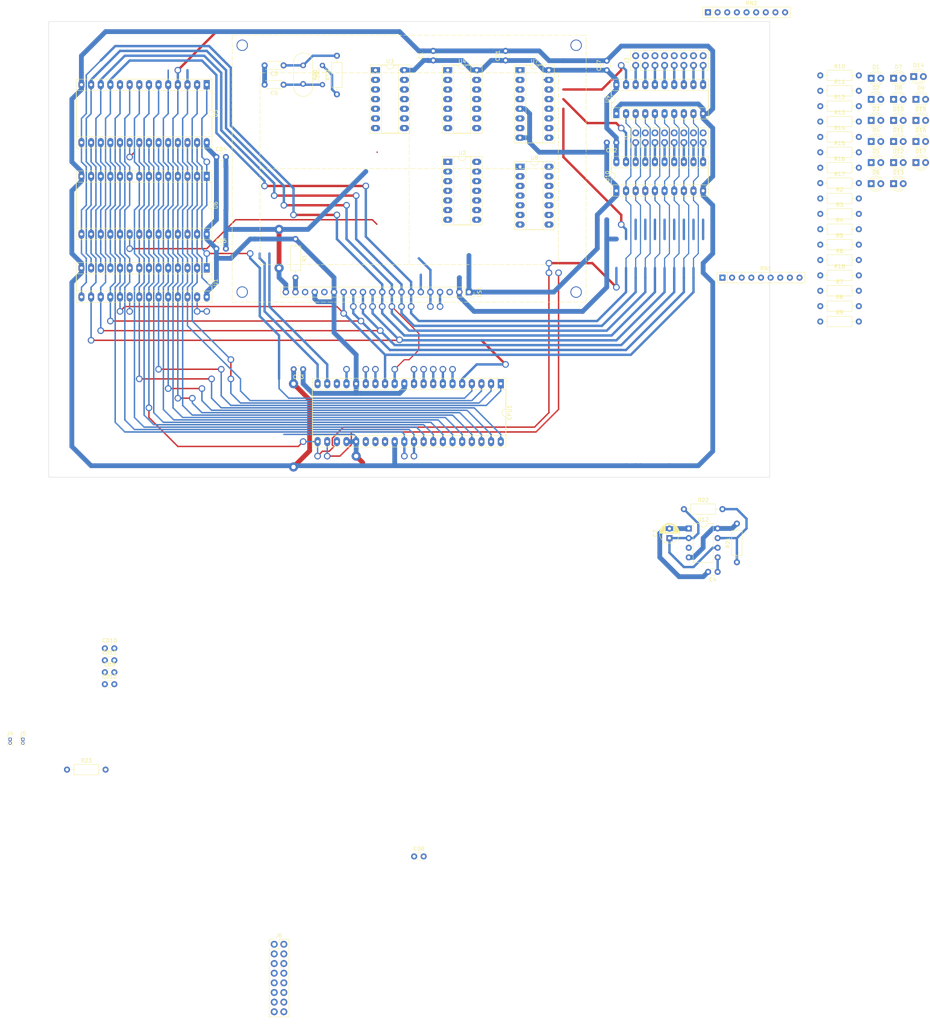
<source format=kicad_pcb>
(kicad_pcb (version 20221018) (generator pcbnew)
  (layers (0 "F.Cu" signal) (1 "In1.Cu" signal) (2 "In2.Cu" signal) (31 "B.Cu" signal) (34 "B.Paste" user) (35 "F.Paste" user) (36 "B.SilkS" user "B.Silkscreen") (37 "F.SilkS" user "F.Silkscreen") (38 "B.Mask" user) (39 "F.Mask" user) (44 "Edge.Cuts" user))
  (net 0 "")
  (net 1 "~{CLK}")
  (net 2 "~{RESET}")
  (net 3 "Net-(C3-Pad1)")
  (net 4 "Net-(U12-THR)")
  (net 5 "Net-(U12-CV)")
  (net 6 "Net-(C5-Pad1)")
  (net 7 "Net-(J3-Pin_1)")
  (net 8 "Net-(J3-Pin_2)")
  (net 9 "Net-(J3-Pin_3)")
  (net 10 "Net-(J3-Pin_4)")
  (net 11 "Net-(J3-Pin_5)")
  (net 12 "Net-(J3-Pin_6)")
  (net 13 "Net-(J3-Pin_7)")
  (net 14 "Net-(J3-Pin_8)")
  (net 15 "Net-(D1-K)")
  (net 16 "Net-(D2-K)")
  (net 17 "Net-(D3-K)")
  (net 18 "GND")
  (net 19 "+5V")
  (net 20 "ADDR10")
  (net 21 "ADDR11")
  (net 22 "ADDR12")
  (net 23 "ADDR13")
  (net 24 "ADDR14")
  (net 25 "DATA4")
  (net 26 "DATA3")
  (net 27 "DATA5")
  (net 28 "DATA6")
  (net 29 "DATA2")
  (net 30 "DATA7")
  (net 31 "DATA0")
  (net 32 "DATA1")
  (net 33 "~{MREQ}")
  (net 34 "~{IORQ}")
  (net 35 "~{RD}")
  (net 36 "~{WR}")
  (net 37 "ADDR0")
  (net 38 "ADDR1")
  (net 39 "ADDR2")
  (net 40 "ADDR3")
  (net 41 "ADDR4")
  (net 42 "ADDR5")
  (net 43 "ADDR6")
  (net 44 "ADDR7")
  (net 45 "ADDR8")
  (net 46 "ADDR9")
  (net 47 "ADDR15")
  (net 51 "Net-(D4-K)")
  (net 52 "Net-(D5-K)")
  (net 53 "Net-(D9-K)")
  (net 54 "Net-(D6-K)")
  (net 55 "Net-(D7-K)")
  (net 56 "Net-(D8-K)")
  (net 57 "Net-(D10-A)")
  (net 58 "Net-(D11-A)")
  (net 59 "Net-(D12-A)")
  (net 60 "Net-(D13-A)")
  (net 61 "Net-(D14-A)")
  (net 62 "Net-(D15-A)")
  (net 63 "~{NMI}")
  (net 64 "Net-(D16-A)")
  (net 65 "Net-(D17-A)")
  (net 66 "DISP_EN")
  (net 67 "~{RAM1_EN}")
  (net 68 "Net-(J6-Pin_15)")
  (net 69 "~{ROM1_EN}")
  (net 70 "Net-(J6-Pin_16)")
  (net 71 "~{ROM2_EN}")
  (net 72 "Net-(R19-Pad1)")
  (net 73 "Net-(DS1-E)")
  (net 74 "Net-(DS1-LED(+))")
  (net 75 "Net-(J1-Pin_1)")
  (net 76 "Net-(J1-Pin_2)")
  (net 77 "Net-(J1-Pin_3)")
  (net 78 "Net-(J1-Pin_4)")
  (net 79 "Net-(J1-Pin_5)")
  (net 80 "Net-(J1-Pin_6)")
  (net 81 "Net-(J1-Pin_7)")
  (net 82 "Net-(J1-Pin_8)")
  (net 83 "Net-(U12-DIS)")
  (net 84 "Net-(U2-Pad2)")
  (net 85 "Net-(U2-Pad4)")
  (net 86 "Net-(U6-~{CS})")
  (net 87 "Net-(U7-E3)")
  (net 89 "Net-(U3-Pad8)")
  (net 90 "Net-(U5-~{CS})")
  (net 91 "Net-(U3-Pad11)")
  (net 92 "Net-(U1-~{CS})")
  (net 93 "Net-(U4-Pad8)")
  (net 95 "Net-(U7-~{Y0})")
  (net 104 "Net-(U10-CE)")
  (net 105 "Net-(U7-~{Y1})")
  (footprint "Capacitor_THT:C_Disc_D3.0mm_W1.6mm_P2.50mm" (layer "F.Cu") (at 129.54 106.68 180)
    (fp_text reference "CD3")
    (fp_text value "0.1uF")
  )
  (footprint "Capacitor_THT:C_Disc_D3.0mm_W1.6mm_P2.50mm" (layer "F.Cu") (at 77.285 189.615)
    (fp_text reference "CD12")
    (fp_text value "0.1uF")
  )
  (footprint "Resistor_THT:R_Axial_DIN0207_L6.3mm_D2.5mm_P10.16mm_Horizontal" (layer "F.Cu") (at 265.825 29.315)
    (fp_text reference "R10")
    (fp_text value "1k")
  )
  (footprint "LED_THT:LED_D3.0mm" (layer "F.Cu") (at 291.035 41.165)
    (fp_text reference "D15")
    (fp_text value "LED")
  )
  (footprint "Capacitor_THT:C_Disc_D3.0mm_W1.6mm_P2.50mm" (layer "F.Cu") (at 106.685 74.935)
    (fp_text reference "CD5")
    (fp_text value "0.1uF")
  )
  (footprint "LED_THT:LED_D3.0mm" (layer "F.Cu") (at 285.135 30.065)
    (fp_text reference "D7")
    (fp_text value "LED")
  )
  (footprint "LED_THT:LED_D3.0mm" (layer "F.Cu") (at 291.035 52.265)
    (fp_text reference "D17")
    (fp_text value "LED")
  )
  (footprint "Connector_PinHeader_1.00mm:PinHeader_1x02_P1.00mm_Vertical" (layer "F.Cu") (at 55.675 204.115)
    (fp_text reference "J5")
    (fp_text value "RESET")
  )
  (footprint "Resistor_THT:R_Array_SIP9" (layer "F.Cu") (at 240.035 82.555)
    (fp_text reference "RN1")
    (fp_text value "R_Network08")
  )
  (footprint "Resistor_THT:R_Axial_DIN0207_L6.3mm_D2.5mm_P10.16mm_Horizontal" (layer "F.Cu") (at 265.825 77.915)
    (fp_text reference "R6")
    (fp_text value "1k")
  )
  (footprint "Package_DIP:DIP-28_W7.62mm_Socket_LongPads" (layer "F.Cu") (at 104.14 80.01 -90)
    (fp_text reference "U1")
    (fp_text value "71256")
  )
  (footprint "Resistor_THT:R_Axial_DIN0207_L6.3mm_D2.5mm_P10.16mm_Horizontal" (layer "F.Cu") (at 265.825 81.965)
    (fp_text reference "R18")
    (fp_text value "1k")
  )
  (footprint "LED_THT:LED_D3.0mm" (layer "F.Cu") (at 279.235 46.715)
    (fp_text reference "D4")
    (fp_text value "LED")
  )
  (footprint "Resistor_THT:R_Axial_DIN0207_L6.3mm_D2.5mm_P10.16mm_Horizontal" (layer "F.Cu") (at 265.825 61.715)
    (fp_text reference "R2")
    (fp_text value "1k")
  )
  (footprint "Connector_PinHeader_1.00mm:PinHeader_1x02_P1.00mm_Vertical" (layer "F.Cu") (at 52.325 204.115)
    (fp_text reference "J4")
    (fp_text value "POWER")
  )
  (footprint "Package_DIP:DIP-20_W7.62mm_Socket_LongPads" (layer "F.Cu") (at 212.09 39.37 90)
    (fp_text reference "U9")
    (fp_text value "74HC245")
  )
  (footprint "LED_THT:LED_D3.0mm" (layer "F.Cu") (at 285.135 52.265)
    (fp_text reference "D12")
    (fp_text value "~{MREQ}")
  )
  (footprint "Resistor_THT:R_Axial_DIN0207_L6.3mm_D2.5mm_P10.16mm_Horizontal" (layer "F.Cu") (at 265.825 69.815)
    (fp_text reference "R4")
    (fp_text value "1k")
  )
  (footprint "LED_THT:LED_D3.0mm" (layer "F.Cu") (at 285.135 41.165)
    (fp_text reference "D10")
    (fp_text value "~{RD}")
  )
  (footprint "Package_DIP:DIP-8_W7.62mm" (layer "F.Cu") (at 231.155 148.595)
    (fp_text reference "U12")
    (fp_text value "NE555P")
  )
  (footprint "Resistor_THT:R_Axial_DIN0207_L6.3mm_D2.5mm_P10.16mm_Horizontal" (layer "F.Cu") (at 265.825 49.565)
    (fp_text reference "R15")
    (fp_text value "1k")
  )
  (footprint "Resistor_THT:R_Axial_DIN0207_L6.3mm_D2.5mm_P10.16mm_Horizontal" (layer "F.Cu") (at 265.825 53.615)
    (fp_text reference "R16")
    (fp_text value "1k")
  )
  (footprint "Resistor_THT:R_Axial_DIN0207_L6.3mm_D2.5mm_P10.16mm_Horizontal" (layer "F.Cu") (at 67.315 212.095)
    (fp_text reference "R23")
    (fp_text value "1k")
  )
  (footprint "Resistor_THT:R_Axial_DIN0207_L6.3mm_D2.5mm_P10.16mm_Horizontal" (layer "F.Cu") (at 265.825 73.865)
    (fp_text reference "R5")
    (fp_text value "1k")
  )
  (footprint "Capacitor_THT:C_Disc_D3.0mm_W1.6mm_P2.50mm" (layer "F.Cu") (at 158.795 234.955)
    (fp_text reference "CD6")
    (fp_text value "0.1uF")
  )
  (footprint "Capacitor_THT:C_Disc_D3.0mm_W1.6mm_P2.50mm" (layer "F.Cu") (at 182.885 25.365 90)
    (fp_text reference "CD1")
    (fp_text value "0.1uF")
  )
  (footprint "Capacitor_THT:C_Disc_D3.0mm_W1.6mm_P2.50mm" (layer "F.Cu") (at 209.555 27.945 90)
    (fp_text reference "CD7")
    (fp_text value "0.1uF")
  )
  (footprint "LED_THT:LED_D3.0mm" (layer "F.Cu") (at 279.235 35.615)
    (fp_text reference "D2")
    (fp_text value "LED")
  )
  (footprint "z80mgc:PinHeader_2x08_P2.54mm_Vertical" (layer "F.Cu") (at 217.17 46.99 90)
    (fp_text reference "J1")
    (fp_text value "IO_A")
  )
  (footprint "LED_THT:LED_D3.0mm" (layer "F.Cu") (at 279.235 41.165)
    (fp_text reference "D3")
    (fp_text value "LED")
  )
  (footprint "Package_DIP:DIP-28_W15.24mm_Socket_LongPads" (layer "F.Cu") (at 104.14 31.75 -90)
    (fp_text reference "U5")
    (fp_text value "28C256")
  )
  (footprint "LED_THT:LED_D3.0mm" (layer "F.Cu") (at 291.035 46.715)
    (fp_text reference "D16")
    (fp_text value "LED")
  )
  (footprint "Package_DIP:DIP-14_W7.62mm_Socket_LongPads" (layer "F.Cu") (at 148.605 27.94)
    (fp_text reference "U3")
    (fp_text value "74HC04")
  )
  (footprint "Resistor_THT:R_Axial_DIN0207_L6.3mm_D2.5mm_P10.16mm_Horizontal" (layer "F.Cu") (at 265.825 90.065)
    (fp_text reference "R8")
    (fp_text value "1k")
  )
  (footprint "Resistor_THT:R_Axial_DIN0207_L6.3mm_D2.5mm_P10.16mm_Horizontal" (layer "F.Cu") (at 243.845 157.485 90)
    (fp_text reference "R21")
    (fp_text value "10k")
  )
  (footprint "Resistor_THT:R_Array_SIP9" (layer "F.Cu") (at 236.225 12.705)
    (fp_text reference "RN2")
    (fp_text value "R_Network08")
  )
  (footprint "Resistor_THT:R_Axial_DIN0207_L6.3mm_D2.5mm_P10.16mm_Horizontal" (layer "F.Cu") (at 265.825 94.115)
    (fp_text reference "R9")
    (fp_text value "1k")
  )
  (footprint "LED_THT:LED_D3.0mm" (layer "F.Cu") (at 285.135 46.715)
    (fp_text reference "D11")
    (fp_text value "~{WR}")
  )
  (footprint "Capacitor_THT:C_Disc_D3.0mm_W1.6mm_P2.50mm" (layer "F.Cu") (at 212.07 46.995 180)
    (fp_text reference "CD2")
    (fp_text value "0.1uF")
  )
  (footprint "z80mgc:PinHeader_2x08_P2.54mm_Vertical" (layer "F.Cu") (at 121.915 258.075)
    (fp_text reference "J6")
    (fp_text value "IO_EXP")
  )
  (footprint "Resistor_THT:R_Axial_DIN0207_L6.3mm_D2.5mm_P10.16mm_Horizontal" (layer "F.Cu") (at 265.825 33.365)
    (fp_text reference "R11")
    (fp_text value "1k")
  )
  (footprint "Package_DIP:DIP-14_W7.62mm_Socket_LongPads" (layer "F.Cu") (at 167.645 27.945)
    (fp_text reference "U4")
    (fp_text value "74HC02")
  )
  (footprint "Resistor_THT:R_Axial_DIN0207_L6.3mm_D2.5mm_P10.16mm_Horizontal" (layer "F.Cu") (at 265.825 41.465)
    (fp_text reference "R13")
    (fp_text value "1k")
  )
  (footprint "LED_THT:LED_D3.0mm" (layer "F.Cu") (at 291.035 35.615)
    (fp_text reference "D9")
    (fp_text value "LED")
  )
  (footprint "z80mgc:QC12864B_Header" (layer "F.Cu") (at 173.24 86.36 -90)
    (fp_text reference "DS1")
    (fp_text value "QC12864B")
  )
  (footprint "Capacitor_THT:C_Disc_D4.3mm_W1.9mm_P5.00mm" (layer "F.Cu") (at 124.385 31.755 180)
    (fp_text reference "C5")
    (fp_text value "33pF")
  )
  (footprint "LED_THT:LED_D3.0mm" (layer "F.Cu") (at 279.235 30.065)
    (fp_text reference "D1")
    (fp_text value "LED")
  )
  (footprint "Capacitor_THT:C_Disc_D3.0mm_W1.6mm_P2.50mm" (layer "F.Cu") (at 238.765 160.025 180)
    (fp_text reference "C4")
    (fp_text value "0.1uf")
  )
  (footprint "Resistor_THT:R_Axial_DIN0207_L6.3mm_D2.5mm_P10.16mm_Horizontal" (layer "F.Cu") (at 265.825 57.665)
    (fp_text reference "R17")
    (fp_text value "1k")
  )
  (footprint "Capacitor_THT:C_Disc_D3.0mm_W1.6mm_P2.50mm" (layer "F.Cu") (at 77.285 180.165)
    (fp_text reference "CD10")
    (fp_text value "0.1uF")
  )
  (footprint "Capacitor_THT:C_Disc_D3.0mm_W1.6mm_P2.50mm" (layer "F.Cu") (at 163.835 25.36 90)
    (fp_text reference "C1")
    (fp_text value "0.1uF")
  )
  (footprint "Package_DIP:DIP-20_W7.62mm_Socket_LongPads" (layer "F.Cu") (at 212.09 59.69 90)
    (fp_text reference "U10")
    (fp_text value "74HC245")
  )
  (footprint "Package_DIP:DIP-28_W15.24mm_Socket_LongPads" (layer "F.Cu") (at 104.14 55.88 -90)
    (fp_text reference "U6")
    (fp_text value "28C256")
  )
  (footprint "Resistor_THT:R_Axial_DIN0207_L6.3mm_D2.5mm_P10.16mm_Horizontal" (layer "F.Cu") (at 265.825 86.015)
    (fp_text reference "R7")
    (fp_text value "1k")
  )
  (footprint "Capacitor_THT:CP_Radial_D5.0mm_P2.50mm" (layer "F.Cu") (at 226.075 151.135 90)
    (fp_text reference "C2")
    (fp_text value "1uF")
  )
  (footprint "LED_THT:LED_D3.0mm" (layer "F.Cu") (at 290.445 29.615)
    (fp_text reference "D14")
    (fp_text value "LED")
  )
  (footprint "Resistor_THT:R_Axial_DIN0207_L6.3mm_D2.5mm_P10.16mm_Horizontal" (layer "F.Cu") (at 265.825 65.765)
    (fp_text reference "R3")
    (fp_text value "1k")
  )
  (footprint "Resistor_THT:R_Axial_DIN0207_L6.3mm_D2.5mm_P10.16mm_Horizontal" (layer "F.Cu") (at 265.825 45.515)
    (fp_text reference "R14")
    (fp_text value "1k")
  )
  (footprint "Resistor_THT:R_Axial_DIN0207_L6.3mm_D2.5mm_P10.16mm_Horizontal" (layer "F.Cu") (at 138.435 34.295 90)
    (fp_text reference "R19")
    (fp_text value "100k")
  )
  (footprint "LED_THT:LED_D3.0mm" (layer "F.Cu") (at 285.135 57.815)
    (fp_text reference "D13")
    (fp_text value "LED")
  )
  (footprint "Resistor_THT:R_Axial_DIN0207_L6.3mm_D2.5mm_P10.16mm_Horizontal" (layer "F.Cu") (at 229.885 143.515)
    (fp_text reference "R22")
    (fp_text value "1k")
  )
  (footprint "LED_THT:LED_D3.0mm" (layer "F.Cu") (at 279.235 52.265)
    (fp_text reference "D5")
    (fp_text value "LED")
  )
  (footprint "Package_DIP:DIP-14_W7.62mm_Socket_LongPads" (layer "F.Cu") (at 167.655 52.07)
    (fp_text reference "U2")
    (fp_text value "74HC00")
  )
  (footprint "z80mgc:PinHeader_2x08_P2.54mm_Vertical" (layer "F.Cu") (at 217.17 26.67 90)
    (fp_text reference "J3")
    (fp_text value "IO_BTN")
  )
  (footprint "LED_THT:LED_D3.0mm" (layer "F.Cu") (at 279.235 57.815)
    (fp_text reference "D6")
    (fp_text value "LED")
  )
  (footprint "Capacitor_THT:C_Disc_D3.0mm_W1.6mm_P2.50mm" (layer "F.Cu") (at 77.285 183.315)
    (fp_text reference "CD11")
    (fp_text value "0.1uF")
  )
  (footprint "Package_DIP:DIP-14_W7.62mm_Socket_LongPads" (layer "F.Cu") (at 186.705 53.34)
    (fp_text reference "U8")
    (fp_text value "74HC86")
  )
  (footprint "Package_DIP:DIP-16_W7.62mm_Socket_LongPads" (layer "F.Cu") (at 186.69 27.94)
    (fp_text reference "U7")
    (fp_text value "74HC138")
  )
  (footprint "Resistor_THT:R_Axial_DIN0204_L3.6mm_D1.6mm_P5.08mm_Horizontal" (layer "F.Cu") (at 134.625 31.755 90)
    (fp_text reference "R20")
    (fp_text value "260")
  )
  (footprint "Capacitor_THT:C_Disc_D3.0mm_W1.6mm_P2.50mm" (layer "F.Cu") (at 77.285 186.465)
    (fp_text reference "CD9")
    (fp_text value "0.1uF")
  )
  (footprint "LED_THT:LED_D3.0mm" (layer "F.Cu") (at 285.135 35.615)
    (fp_text reference "D8")
    (fp_text value "LED")
  )
  (footprint "Crystal:Crystal_HC49-4H_Vertical" (layer "F.Cu") (at 129.545 26.675 -90)
    (fp_text reference "Y1")
    (fp_text value "6MHz")
  )
  (footprint "Resistor_THT:R_Axial_DIN0207_L6.3mm_D2.5mm_P10.16mm_Horizontal" (layer "F.Cu") (at 127.52 72.39 -90)
    (fp_text reference "R1")
    (fp_text value "1k")
  )
  (footprint "Capacitor_THT:C_Disc_D4.3mm_W1.9mm_P5.00mm" (layer "F.Cu") (at 124.385 26.675 180)
    (fp_text reference "C3")
    (fp_text value "33pF")
  )
  (footprint "Capacitor_THT:C_Disc_D3.0mm_W1.6mm_P2.50mm" (layer "F.Cu") (at 106.685 50.805)
    (fp_text reference "CD4")
    (fp_text value "F")
  )
  (footprint "Package_DIP:DIP-40_W15.24mm_Socket_LongPads" (layer "F.Cu") (at 181.61 110.49 -90)
    (fp_text reference "CPU1")
    (fp_text value "Z80CPU")
  )
  (footprint "Resistor_THT:R_Axial_DIN0207_L6.3mm_D2.5mm_P10.16mm_Horizontal" (layer "F.Cu") (at 265.825 37.415)
    (fp_text reference "R12")
    (fp_text value "1k")
  )
  (gr_rect (start 62.485 15.115) (end 252.485 135.115) (stroke (width 0.1)) (fill none) (layer "Edge.Cuts"))
  (via (at 168.915 106.685) (size 1.7526) (drill 1.143) (layers "F.Cu" "B.Cu") (net 1))
  (segment (start 168.91 110.49) (end 168.91 106.69) (width 0.635) (layer "B.Cu") (net 1))
  (segment (start 168.91 106.69) (end 168.915 106.685) (width 0.635) (layer "B.Cu") (net 1))
  (segment (start 124.385 26.675) (end 129.545 26.675) (width 0.635) (layer "B.Cu") (net 3))
  (segment (start 132.085 24.135) (end 138.435 24.135) (width 0.635) (layer "B.Cu") (net 3))
  (segment (start 129.545 26.675) (end 132.085 24.135) (width 0.635) (layer "B.Cu") (net 3))
  (segment (start 231.155 151.135) (end 232.415 151.135) (width 0.635) (layer "B.Cu") (net 4))
  (segment (start 237.495 153.675) (end 232.415 158.755) (width 0.635) (layer "B.Cu") (net 4))
  (segment (start 232.415 151.135) (end 233.685 149.865) (width 0.635) (layer "B.Cu") (net 4))
  (segment (start 231.155 151.135) (end 226.075 151.135) (width 0.635) (layer "B.Cu") (net 4))
  (segment (start 233.685 149.865) (end 233.685 147.315) (width 0.635) (layer "B.Cu") (net 4))
  (segment (start 226.065 154.945) (end 226.075 154.935) (width 0.635) (layer "B.Cu") (net 4))
  (segment (start 226.075 154.935) (end 226.075 151.135) (width 0.635) (layer "B.Cu") (net 4))
  (segment (start 238.775 153.675) (end 237.495 153.675) (width 0.635) (layer "B.Cu") (net 4))
  (segment (start 229.885 143.515) (end 233.685 147.315) (width 0.635) (layer "B.Cu") (net 4))
  (segment (start 232.415 158.755) (end 229.875 158.755) (width 0.635) (layer "B.Cu") (net 4))
  (segment (start 229.875 158.755) (end 226.065 154.945) (width 0.635) (layer "B.Cu") (net 4))
  (segment (start 238.775 156.215) (end 238.775 160.015) (width 0.635) (layer "B.Cu") (net 5))
  (segment (start 238.775 160.015) (end 238.765 160.025) (width 0.635) (layer "B.Cu") (net 5))
  (segment (start 124.385 31.755) (end 129.345 31.755) (width 0.635) (layer "B.Cu") (net 6))
  (segment (start 129.745 31.755) (end 129.545 31.555) (width 0.635) (layer "B.Cu") (net 6))
  (segment (start 129.345 31.755) (end 129.545 31.555) (width 0.635) (layer "B.Cu") (net 6))
  (segment (start 134.625 31.755) (end 129.745 31.755) (width 0.635) (layer "B.Cu") (net 6))
  (segment (start 217.17 67.31) (end 217.17 72.39) (width 0.635) (layer "B.Cu") (net 7))
  (segment (start 217.17 26.67) (end 217.17 31.75) (width 0.635) (layer "B.Cu") (net 7))
  (segment (start 219.71 31.75) (end 219.71 26.67) (width 0.635) (layer "B.Cu") (net 8))
  (segment (start 219.71 72.39) (end 219.71 67.31) (width 0.635) (layer "B.Cu") (net 8))
  (segment (start 222.25 26.67) (end 222.25 31.75) (width 0.635) (layer "B.Cu") (net 9))
  (segment (start 222.25 67.31) (end 222.25 72.39) (width 0.635) (layer "B.Cu") (net 9))
  (segment (start 224.79 31.75) (end 224.79 26.67) (width 0.635) (layer "B.Cu") (net 10))
  (segment (start 224.79 72.39) (end 224.79 67.31) (width 0.635) (layer "B.Cu") (net 10))
  (segment (start 227.33 26.67) (end 227.33 31.75) (width 0.635) (layer "B.Cu") (net 11))
  (segment (start 227.33 67.31) (end 227.33 72.39) (width 0.635) (layer "B.Cu") (net 11))
  (segment (start 229.87 72.39) (end 229.87 67.31) (width 0.635) (layer "B.Cu") (net 12))
  (segment (start 229.87 31.75) (end 229.87 26.67) (width 0.635) (layer "B.Cu") (net 12))
  (segment (start 232.41 67.31) (end 232.41 72.39) (width 0.635) (layer "B.Cu") (net 13))
  (segment (start 232.41 31.75) (end 232.41 26.67) (width 0.635) (layer "B.Cu") (net 13))
  (segment (start 234.95 72.39) (end 234.95 67.31) (width 0.635) (layer "B.Cu") (net 14))
  (segment (start 234.95 26.67) (end 234.95 31.75) (width 0.635) (layer "B.Cu") (net 14))
  (segment (start 123.195 80.015) (end 123.195 69.855) (width 1.27) (layer "F.Cu") (net 18))
  (segment (start 131.2545 128.1602) (end 127.005 132.4097) (width 1.27) (layer "F.Cu") (net 18))
  (segment (start 127.005 110.495) (end 131.2545 114.7445) (width 1.27) (layer "F.Cu") (net 18))
  (segment (start 131.2545 114.7445) (end 131.2545 128.1602) (width 1.27) (layer "F.Cu") (net 18))
  (via (at 123.195 80.015) (size 2.413) (drill 1.143) (layers "F.Cu" "B.Cu") (net 18))
  (via (at 127.005 132.4097) (size 2.413) (drill 1.143) (layers "F.Cu" "B.Cu") (net 18))
  (via (at 127.005 110.495) (size 2.413) (drill 1.143) (layers "F.Cu" "B.Cu") (net 18))
  (via (at 123.195 69.855) (size 2.413) (drill 1.143) (layers "F.Cu" "B.Cu") (net 18))
  (segment (start 68.58 76.2) (end 71.12 78.74) (width 1.27) (layer "B.Cu") (net 18))
  (segment (start 234.95 81.28) (end 234.95 80.01) (width 1.27) (layer "B.Cu") (net 18))
  (segment (start 237.49 55.88) (end 234.95 58.42) (width 1.27) (layer "B.Cu") (net 18))
  (segment (start 123.195 82.555) (end 123.195 80.015) (width 1.27) (layer "B.Cu") (net 18))
  (segment (start 209.55 55.88) (end 212.09 58.42) (width 1.27) (layer "B.Cu") (net 18))
  (segment (start 130.815 69.855) (end 123.195 69.855) (width 1.27) (layer "B.Cu") (net 18))
  (segment (start 154.945 17.785) (end 77.475 17.785) (width 1.27) (layer "B.Cu") (net 18))
  (segment (start 233.68 36.83) (end 213.36 36.83) (width 1.27) (layer "B.Cu") (net 18))
  (segment (start 71.12 78.74) (end 71.12 80.01) (width 1.27) (layer "B.Cu") (net 18))
  (segment (start 189.23 46.99) (end 191.775 49.535) (width 1.27) (layer "B.Cu") (net 18))
  (segment (start 198.12 25.44) (end 209.51 25.44) (width 1.27) (layer "B.Cu") (net 18))
  (segment (start 109.225 53.345) (end 109.185 53.305) (width 1.27) (layer "B.Cu") (net 18))
  (segment (start 209.55 49.535) (end 209.55 55.88) (width 1.27) (layer "B.Cu") (net 18))
  (segment (start 161.29 22.86) (end 160.02 22.86) (width 1.27) (layer "B.Cu") (net 18))
  (segment (start 68.585 127.005) (end 68.585 83.815) (width 1.27) (layer "B.Cu") (net 18))
  (segment (start 212.095 60.965) (end 212.09 60.96) (width 1.27) (layer "B.Cu") (net 18))
  (segment (start 218.44 132.08) (end 226.06 132.08) (width 1.27) (layer "B.Cu") (net 18))
  (segment (start 68.58 35.56) (end 68.58 52.07) (width 1.27) (layer "B.Cu") (net 18))
  (segment (start 195.58 86.36) (end 173.24 86.36) (width 1.27) (layer "B.Cu") (net 18))
  (segment (start 237.49 22.86) (end 236.22 21.59) (width 1.27) (layer "B.Cu") (net 18))
  (segment (start 207.055 74.895) (end 195.585 86.365) (width 1.27) (layer "B.Cu") (net 18))
  (segment (start 71.1 28.575) (end 71.1 31.73) (width 1.27) (layer "B.Cu") (net 18))
  (segment (start 233.68 132.08) (end 237.49 128.27) (width 1.27) (layer "B.Cu") (net 18))
  (segment (start 234.95 39.37) (end 234.95 38.1) (width 1.27) (layer "B.Cu") (net 18))
  (segment (start 207.055 67.315) (end 207.055 66.005) (width 1.27) (layer "B.Cu") (net 18))
  (segment (start 213.36 36.83) (end 212.09 38.1) (width 1.27) (layer "B.Cu") (net 18))
  (segment (start 109.225 64.775) (end 109.225 53.345) (width 1.27) (layer "B.Cu") (net 18))
  (segment (start 237.49 43.18) (end 237.49 55.88) (width 1.27) (layer "B.Cu") (net 18))
  (segment (start 71.12 81.28) (end 71.12 80.01) (width 1.27) (layer "B.Cu") (net 18))
  (segment (start 71.12 55.88) (end 71.12 57.15) (width 1.27) (layer "B.Cu") (net 18))
  (segment (start 191.775 49.535) (end 209.55 49.535) (width 1.27) (layer "B.Cu") (net 18))
  (segment (start 212.09 38.1) (end 212.09 39.37) (width 1.27) (layer "B.Cu") (net 18))
  (segment (start 71.12 57.15) (end 68.58 59.69) (width 1.27) (layer "B.Cu") (net 18))
  (segment (start 191.77 22.86) (end 179.07 22.86) (width 1.27) (layer "B.Cu") (net 18))
  (segment (start 173.24 82.55) (end 173.24 76.72) (width 1.27) (layer "B.Cu") (net 18))
  (segment (start 153.67 132.08) (end 153.67 125.73) (width 1.27) (layer "B.Cu") (net 18))
  (segment (start 236.22 21.59) (end 213.36 21.59) (width 1.27) (layer "B.Cu") (net 18))
  (segment (start 226.06 132.08) (end 233.68 132.08) (width 1.27) (layer "B.Cu") (net 18))
  (segment (start 223.525 156.215) (end 223.525 149.865) (width 1.27) (layer "B.Cu") (net 18))
  (segment (start 209.55 46.995) (end 209.55 49.535) (width 1.27) (layer "B.Cu") (net 18))
  (segment (start 224.835 148.635) (end 226.075 148.635) (width 1.27) (layer "B.Cu") (net 18))
  (segment (start 237.49 128.27) (end 237.49 83.82) (width 1.27) (layer "B.Cu") (net 18))
  (segment (start 124.98 86.36) (end 124.98 84.34) (width 1.27) (layer "B.Cu") (net 18))
  (segment (start 127.04 110.46) (end 127.005 110.495) (width 1.27) (layer "B.Cu") (net 18))
  (segment (start 226.075 148.635) (end 231.115 148.635) (width 1.27) (layer "B.Cu") (net 18))
  (segment (start 179.07 22.86) (end 161.29 22.86) (width 1.27) (layer "B.Cu") (net 18))
  (segment (start 234.95 59.69) (end 234.95 60.96) (width 1.27) (layer "B.Cu") (net 18))
  (segment (start 214.63 132.08) (end 73.66 132.08) (width 1.27) (layer "B.Cu") (net 18))
  (segment (start 194.35 25.44) (end 191.77 22.86) (width 1.27) (layer "B.Cu") (net 18))
  (segment (start 234.95 40.64) (end 237.49 43.18) (width 1.27) (layer "B.Cu") (net 18))
  (segment (start 109.185 53.305) (end 109.185 50.805) (width 1.27) (layer "B.Cu") (net 18))
  (segment (start 237.49 63.5) (end 237.49 76.2) (width 1.27) (layer "B.Cu") (net 18))
  (segment (start 207.055 67.315) (end 207.055 74.895) (width 1.27) (layer "B.Cu") (net 18))
  (segment (start 217.175 132.08) (end 218.44 132.08) (width 1.27) (layer "B.Cu") (net 18))
  (segment (start 207.055 66.005) (end 212.095 60.965) (width 1.27) (layer "B.Cu") (net 18))
  (segment (start 68.58 59.69) (end 68.58 76.2) (width 1.27) (layer "B.Cu") (net 18))
  (segment (start 234.95 39.37) (end 234.95 40.64) (width 1.27) (layer "B.Cu") (net 18))
  (segment (start 68.58 52.07) (end 71.12 54.61) (width 1.27) (layer "B.Cu") (net 18))
  (segment (start 234.95 38.1) (end 233.68 36.83) (width 1.27) (layer "B.Cu") (net 18))
  (segment (start 124.98 84.34) (end 123.195 82.555) (width 1.27) (layer "B.Cu") (net 18))
  (segment (start 71.12 33.02) (end 68.58 35.56) (width 1.27) (layer "B.Cu") (net 18))
  (segment (start 146.06 54.61) (end 130.815 69.855) (width 1.27) (layer "B.Cu") (net 18))
  (segment (start 212.09 60.96) (end 212.09 59.69) (width 1.27) (layer "B.Cu") (net 18))
  (segment (start 173.24 86.36) (end 173.24 82.55) (width 1.27) (layer "B.Cu") (net 18))
  (segment (start 71.12 31.75) (end 71.12 33.02) (width 1.27) (layer "B.Cu") (net 18))
  (segment (start 228.605 161.295) (end 223.525 156.215) (width 1.27) (layer "B.Cu") (net 18))
  (segment (start 223.525 149.865) (end 224.795 148.595) (width 1.27) (layer "B.Cu") (net 18))
  (segment (start 234.95 60.96) (end 237.49 63.5) (width 1.27) (layer "B.Cu") (net 18))
  (segment (start 119.385 26.675) (end 119.385 31.755) (width 1.27) (layer "B.Cu") (net 18))
  (segment (start 123.195 69.855) (end 109.185 69.855) (width 1.27) (layer "B.Cu") (net 18))
  (segment (start 234.95 58.42) (end 234.95 59.69) (width 1.27) (layer "B.Cu") (net 18))
  (segment (start 109.185 74.935) (end 109.185 69.855) (width 1.27) (layer "B.Cu") (net 18))
  (segment (start 212.09 58.42) (end 212.09 59.69) (width 1.27) (layer "B.Cu") (net 18))
  (segment (start 109.185 69.855) (end 109.185 64.815) (width 1.27) (layer "B.Cu") (net 18))
  (segment (start 195.585 86.365) (end 195.58 86.36) (width 1.27) (layer "B.Cu") (net 18))
  (segment (start 186.69 38.1) (end 187.96 38.1) (width 1.27) (layer "B.Cu") (net 18))
  (segment (start 71.1 24.16) (end 71.1 28.575) (width 1.27) (layer "B.Cu") (net 18))
  (segment (start 234.995 161.295) (end 228.605 161.295) (width 1.27) (layer "B.Cu") (net 18))
  (segment (start 237.49 22.86) (end 237.49 38.1) (width 1.27) (layer "B.Cu") (net 18))
  (segment (start 73.66 132.08) (end 68.585 127.005) (width 1.27) (layer "B.Cu") (net 18))
  (segment (start 231.115 148.635) (end 231.155 148.595) (width 1.27) (layer "B.Cu") (net 18))
  (segment (start 237.49 83.82) (end 234.95 81.28) (width 1.27) (layer "B.Cu") (net 18))
  (segment (start 71.12 54.61) (end 71.12 55.88) (width 1.27) (layer "B.Cu") (net 18))
  (segment (start 236.22 39.37) (end 234.95 39.37) (width 1.27) (layer "B.Cu") (net 18))
  (segment (start 187.96 38.1) (end 189.23 39.37) (width 1.27) (layer "B.Cu") (net 18))
  (segment (start 224.795 148.595) (end 224.835 148.635) (width 1.27) (layer "B.Cu") (net 18))
  (segment (start 214.63 132.08) (end 217.175 132.08) (width 1.27) (layer "B.Cu") (net 18))
  (segment (start 234.95 78.74) (end 234.95 80.01) (width 1.27) (layer "B.Cu") (net 18))
  (segment (start 237.49 76.2) (end 234.95 78.74) (width 1.27) (layer "B.Cu") (net 18))
  (segment (start 236.265 160.025) (end 234.995 161.295) (width 1.27) (layer "B.Cu") (net 18))
  (segment (start 198.12 25.44) (end 194.35 25.44) (width 1.27) (layer "B.Cu") (net 18))
  (segment (start 68.585 83.815) (end 71.12 81.28) (width 1.27) (layer "B.Cu") (net 18))
  (segment (start 189.23 45.72) (end 189.23 46.99) (width 1.27) (layer "B.Cu") (net 18))
  (segment (start 160.02 22.86) (end 154.945 17.785) (width 1.27) (layer "B.Cu") (net 18))
  (segment (start 127.04 106.68) (end 127.04 110.46) (width 1.27) (layer "B.Cu") (net 18))
  (segment (start 209.51 25.44) (end 213.36 21.59) (width 1.27) (layer "B.Cu") (net 18))
  (segment (start 109.185 64.815) (end 109.225 64.775) (width 1.27) (layer "B.Cu") (net 18))
  (segment (start 189.23 45.72) (end 186.69 45.72) (width 1.27) (layer "B.Cu") (net 18))
  (segment (start 77.475 17.785) (end 71.1 24.16) (width 1.27) (layer "B.Cu") (net 18))
  (segment (start 189.23 39.37) (end 189.23 45.72) (width 1.27) (layer "B.Cu") (net 18))
  (segment (start 71.1 31.73) (end 71.12 31.75) (width 1.27) (layer "B.Cu") (net 18))
  (segment (start 237.49 38.1) (end 236.22 39.37) (width 1.27) (layer "B.Cu") (net 18))
  (segment (start 203.21 91.45) (end 203.2 91.44) (width 1.27) (layer "F.Cu") (net 19))
  (segment (start 143.515 129.545) (end 145.2295 131.2595) (width 1.27) (layer "F.Cu") (net 19))
  (via (at 143.515 129.545) (size 2.413) (drill 1.143) (layers "F.Cu" "B.Cu") (net 19))
  (segment (start 234.955 153.675) (end 232.415 156.215) (width 1.27) (layer "B.Cu") (net 19))
  (segment (start 173.99 27.94) (end 171.45 25.4) (width 1.27) (layer "B.Cu") (net 19))
  (segment (start 132.6 88.15) (end 133.35 88.9) (width 1.27) (layer "B.Cu") (net 19))
  (segment (start 143.51 125.73) (end 140.97 125.73) (width 1.27) (layer "B.Cu") (net 19))
  (segment (start 137.68 86.36) (end 137.68 82.55) (width 1.27) (layer "B.Cu") (net 19))
  (segment (start 101.6 71.12) (end 101.6 73.66) (width 0.381) (layer "B.Cu") (net 19))
  (segment (start 110.495 77.475) (end 106.68 77.475) (width 1.27) (layer "B.Cu") (net 19))
  (segment (start 104.14 72.39) (end 106.68 74.93) (width 1.27) (layer "B.Cu") (net 19))
  (segment (start 101.6 46.99) (end 101.6 49.53) (width 0.381) (layer "B.Cu") (net 19))
  (segment (start 179.07 25.36) (end 181.57 25.36) (width 1.27) (layer "B.Cu") (net 19))
  (segment (start 129.54 110.49) (end 132.08 113.03) (width 1.27) (layer "B.Cu") (net 19))
  (segment (start 209.555 72.39) (end 209.55 72.395) (width 1.27) (layer "B.Cu") (net 19))
  (segment (start 115.575 72.395) (end 110.495 77.475) (width 1.27) (layer "B.Cu") (net 19))
  (segment (start 132.6 86.36) (end 132.6 88.15) (width 1.27) (layer "B.Cu") (net 19))
  (segment (start 194.31 27.94) (end 193.04 27.94) (width 1.27) (layer "B.Cu") (net 19))
  (segment (start 209.55 85.09) (end 203.2 91.44) (width 1.27) (layer "B.Cu") (net 19))
  (segment (start 156.21 27.94) (end 157.48 27.94) (width 1.27) (layer "B.Cu") (net 19))
  (segment (start 170.7 82.59) (end 170.74 82.55) (width 1.27) (layer "B.Cu") (net 19))
  (segment (start 212.09 52.07) (end 212.09 46.99) (width 1.27) (layer "B.Cu") (net 19))
  (segment (start 162.52 25.36) (end 161.29 25.36) (width 1.27) (layer "B.Cu") (net 19))
  (segment (start 237.495 148.595) (end 234.955 151.135) (width 1.27) (layer "B.Cu") (net 19))
  (segment (start 154.94 113.03) (end 144.78 113.03) (width 1.27) (layer "B.Cu") (net 19))
  (segment (start 143.515 124.465) (end 143.1863 124.1363) (width 0.381) (layer "B.Cu") (net 19))
  (segment (start 161.29 25.4) (end 158.75 27.94) (width 1.27) (layer "B.Cu") (net 19))
  (segment (start 143.51 125.73) (end 143.51 129.54) (width 1.27) (layer "B.Cu") (net 19))
  (segment (start 143.51 110.49) (end 143.51 113.03) (width 1.27) (layer "B.Cu") (net 19))
  (segment (start 176.53 27.94) (end 173.99 27.94) (width 1.27) (layer "B.Cu") (net 19))
  (segment (start 104.14 86.36) (end 104.14 87.63) (width 1.27) (layer "B.Cu") (net 19))
  (segment (start 156.21 111.76) (end 154.94 113.03) (width 1.27) (layer "B.Cu") (net 19))
  (segment (start 238.775 148.595) (end 242.575 148.595) (width 1.27) (layer "B.Cu") (net 19))
  (segment (start 212.09 31.75) (end 212.09 33.025) (width 1.27) (layer "B.Cu") (net 19))
  (segment (start 181.57 25.36) (end 181.61 25.4) (width 1.27) (layer "B.Cu") (net 19))
  (segment (start 106.68 67.31) (end 104.14 69.85) (width 1.27) (layer "B.Cu") (net 19))
  (segment (start 116.845 72.395) (end 115.575 72.395) (width 1.27) (layer "B.Cu") (net 19))
  (segment (start 102.87 77.47) (end 102.87 82.55) (width 0.381) (layer "B.Cu") (net 19))
  (segment (start 156.21 110.49) (end 156.21 111.76) (width 1.27) (layer "B.Cu") (net 19))
  (segment (start 101.6 49.53) (end 101.6 52.07) (width 0.381) (layer "B.Cu") (net 19))
  (segment (start 104.14 46.99) (end 104.14 48.26) (width 1.27) (layer "B.Cu") (net 19))
  (segment (start 116.85 72.39) (end 116.845 72.395) (width 1.27) (layer "B.Cu") (net 19))
  (segment (start 238.775 148.595) (end 237.495 148.595) (width 1.27) (layer "B.Cu") (net 19))
  (segment (start 143.51 102.87) (end 137.68 97.04) (width 1.27) (layer "B.Cu") (net 19))
  (segment (start 143.51 129.54) (end 143.515 129.545) (width 1.27) (layer "B.Cu") (net 19))
  (segment (start 162.56 25.4) (end 162.52 25.36) (width 1.27) (layer "B.Cu") (net 19))
  (segment (start 143.51 113.03) (end 144.78 113.03) (width 1.27) (layer "B.Cu") (net 19))
  (segment (start 209.55 27.94) (end 194.31 27.94) (width 1.27) (layer "B.Cu") (net 19))
  (segment (start 203.2 91.44) (end 174.577919 91.44) (width 1.27) (layer "B.Cu") (net 19))
  (segment (start 106.68 74.93) (end 106.68 77.475) (width 1.27) (layer "B.Cu") (net 19))
  (segment (start 102.87 63.5) (end 101.6 64.77) (width 0.381) (layer "B.Cu") (net 19))
  (segment (start 212.09 72.39) (end 209.555 72.39) (width 1.27) (layer "B.Cu") (net 19))
  (segment (start 209.55 35.565) (end 209.55 43.18) (width 1.27) (layer "B.Cu") (net 19))
  (segment (start 242.575 148.595) (end 243.845 147.325) (width 1.27) (layer "B.Cu") (net 19))
  (segment (start 106.68 50.8) (end 106.68 67.31) (width 1.27) (layer "B.Cu") (net 19))
  (segment (start 212.09 30.48) (end 209.55 27.94) (width 1.27) (layer "B.Cu") (net 19))
  (segment (start 104.14 48.26) (end 106.68 50.8) (width 1.27) (layer "B.Cu") (net 19))
  (segment (start 104.14 69.85) (end 104.14 71.12) (width 1.27) (layer "B.Cu") (net 19))
  (segment (start 179.07 25.4) (end 176.53 27.94) (width 1.27) (layer "B.Cu") (net 19))
  (segment (start 143.1863 124.1363) (end 142.88 123.83) (width 0.381) (layer "B.Cu") (net 19))
  (segment (start 137.68 88.9) (end 137.68 86.36) (width 1.27) (layer "B.Cu") (net 19))
  (segment (start 129.54 106.64) (end 129.54 110.49) (width 1.27) (layer "B.Cu") (net 19))
  (segment (start 142.88 123.83) (end 124.465 123.83) (width 0.381) (layer "B.Cu") (net 19))
  (segment (start 133.35 88.9) (end 137.68 88.9) (width 1.27) (layer "B.Cu") (net 19))
  (segment (start 209.55 43.18) (end 212.07 45.7) (width 1.27) (layer "B.Cu") (net 19))
  (segment (start 209.55 72.395) (end 209.55 85.09) (width 1.27) (layer "B.Cu") (net 19))
  (segment (start 174.577919 91.44) (end 170.7 87.562081) (width 1.27) (layer "B.Cu") (net 19))
  (segment (start 170.7 87.562081) (end 170.7 86.36) (width 1.27) (layer "B.Cu") (net 19))
  (segment (start 101.6 52.07) (end 102.87 53.34) (width 0.381) (layer "B.Cu") (net 19))
  (segment (start 106.68 77.475) (end 106.68 83.82) (width 1.27) (layer "B.Cu") (net 19))
  (segment (start 143.515 125.725) (end 143.515 124.465) (width 0.381) (layer "B.Cu") (net 19))
  (segment (start 102.87 82.55) (end 105.41 85.09) (width 0.381) (layer "B.Cu") (net 19))
  (segment (start 171.45 25.4) (end 162.56 25.4) (width 1.27) (layer "B.Cu") (net 19))
  (segment (start 212.07 45.7) (end 212.07 46.995) (width 1.27) (layer "B.Cu") (net 19))
  (segment (start 209.55 67.32) (end 209.55 72.395) (width 1.27) (layer "B.Cu") (net 19))
  (segment (start 106.68 67.31) (end 106.68 62.23) (width 1.27) (layer "B.Cu") (net 19))
  (segment (start 137.68 97.04) (end 137.68 88.9) (width 1.27) (layer "B.Cu") (net 19))
  (segment (start 170.7 86.36) (end 170.7 82.59) (width 1.27) (layer "B.Cu") (net 19))
  (segment (start 104.14 71.12) (end 104.14 72.39) (width 1.27) (layer "B.Cu") (net 19))
  (segment (start 212.09 33.025) (end 209.55 35.565) (width 1.27) (layer "B.Cu") (net 19))
  (segment (start 132.08 113.03) (end 143.51 113.03) (width 1.27) (layer "B.Cu") (net 19))
  (segment (start 232.415 156.215) (end 231.155 156.215) (width 1.27) (layer "B.Cu") (net 19))
  (segment (start 190.5 25.4) (end 181.61 25.4) (width 1.27) (layer "B.Cu") (net 19))
  (segment (start 101.6 73.66) (end 101.6 76.2) (width 0.381) (layer "B.Cu") (net 19))
  (segment (start 106.68 83.82) (end 105.41 85.09) (width 1.27) (layer "B.Cu") (net 19))
  (segment (start 127.52 72.39) (end 116.85 72.39) (width 1.27) (layer "B.Cu") (net 19))
  (segment (start 234.955 151.135) (end 234.955 153.675) (width 1.27) (layer "B.Cu") (net 19))
  (segment (start 143.51 125.73) (end 143.515 125.725) (width 0.381) (layer "B.Cu") (net 19))
  (segment (start 193.04 27.94) (end 190.5 25.4) (width 1.27) (layer "B.Cu") (net 19))
  (segment (start 212.09 31.75) (end 212.09 30.48) (width 1.27) (layer "B.Cu") (net 19))
  (segment (start 143.51 110.49) (end 143.51 102.87) (width 1.27) (layer "B.Cu") (net 19))
  (segment (start 102.87 53.34) (end 102.87 63.5) (width 0.381) (layer "B.Cu") (net 19))
  (segment (start 105.41 85.09) (end 104.14 86.36) (width 1.27) (layer "B.Cu") (net 19))
  (segment (start 158.75 27.94) (end 157.48 27.94) (width 1.27) (layer "B.Cu") (net 19))
  (segment (start 137.68 82.55) (end 127.52 72.39) (width 1.27) (layer "B.Cu") (net 19))
  (segment (start 101.6 64.77) (end 101.6 71.12) (width 0.381) (layer "B.Cu") (net 19))
  (segment (start 101.6 76.2) (end 102.87 77.47) (width 0.381) (layer "B.Cu") (net 19))
  (segment (start 209.555 67.315) (end 209.55 67.32) (width 1.27) (layer "B.Cu") (net 19))
  (segment (start 86.36 109.22) (end 105.41 109.22) (width 0.381) (layer "F.Cu") (net 20))
  (via (at 86.36 109.22) (size 1.7526) (drill 1.143) (layers "F.Cu" "B.Cu") (net 20))
  (via (at 105.41 109.22) (size 1.7526) (drill 1.143) (layers "F.Cu" "B.Cu") (net 20))
  (segment (start 86.36 73.66) (end 86.36 71.12) (width 0.381) (layer "B.Cu") (net 20))
  (segment (start 107.95 116.84) (end 174.625 116.84) (width 0.381) (layer "B.Cu") (net 20))
  (segment (start 105.41 114.3) (end 107.95 116.84) (width 0.381) (layer "B.Cu") (net 20))
  (segment (start 105.41 109.22) (end 105.41 114.3) (width 0.381) (layer "B.Cu") (net 20))
  (segment (start 86.36 73.66) (end 86.36 76.2) (width 0.381) (layer "B.Cu") (net 20))
  (segment (start 87.63 77.47) (end 86.36 76.2) (width 0.381) (layer "B.Cu") (net 20))
  (segment (start 87.63 83.82) (end 87.63 77.47) (width 0.381) (layer "B.Cu") (net 20))
  (segment (start 86.36 64.77) (end 87.63 63.5) (width 0.381) (layer "B.Cu") (net 20))
  (segment (start 86.36 49.53) (end 86.36 46.99) (width 0.381) (layer "B.Cu") (net 20))
  (segment (start 174.625 116.84) (end 181.61 123.825) (width 0.381) (layer "B.Cu") (net 20))
  (segment (start 181.61 123.825) (end 181.61 125.73) (width 0.381) (layer "B.Cu") (net 20))
  (segment (start 87.63 63.5) (end 87.63 53.34) (width 0.381) (layer "B.Cu") (net 20))
  (segment (start 86.36 109.22) (end 86.36 87.63) (width 0.381) (layer "B.Cu") (net 20))
  (segment (start 86.36 49.53) (end 86.36 52.07) (width 0.381) (layer "B.Cu") (net 20))
  (segment (start 86.36 87.63) (end 86.36 85.09) (width 0.381) (layer "B.Cu") (net 20))
  (segment (start 86.36 71.12) (end 86.36 64.77) (width 0.381) (layer "B.Cu") (net 20))
  (segment (start 86.36 85.09) (end 87.63 83.82) (width 0.381) (layer "B.Cu") (net 20))
  (segment (start 87.63 53.34) (end 86.36 52.07) (width 0.381) (layer "B.Cu") (net 20))
  (segment (start 107.95 106.68) (end 91.44 106.68) (width 0.381) (layer "F.Cu") (net 21))
  (via (at 91.44 106.68) (size 1.7526) (drill 1.143) (layers "F.Cu" "B.Cu") (net 21))
  (via (at 107.95 106.68) (size 1.7526) (drill 1.143) (layers "F.Cu" "B.Cu") (net 21))
  (segment (start 91.44 106.68) (end 91.44 87.63) (width 0.381) (layer "B.Cu") (net 21))
  (segment (start 91.44 64.77) (end 92.71 63.5) (width 0.381) (layer "B.Cu") (net 21))
  (segment (start 181.61 112.395) (end 181.61 110.49) (width 0.381) (layer "B.Cu") (net 21))
  (segment (start 92.71 77.47) (end 91.44 76.2) (width 0.381) (layer "B.Cu") (net 21))
  (segment (start 107.95 113.665) (end 110.49 116.205) (width 0.381) (layer "B.Cu") (net 21))
  (segment (start 107.95 106.68) (end 107.95 113.665) (width 0.381) (layer "B.Cu") (net 21))
  (segment (start 92.71 83.82) (end 92.71 77.47) (width 0.381) (layer "B.Cu") (net 21))
  (segment (start 91.44 76.2) (end 91.44 71.12) (width 0.381) (layer "B.Cu") (net 21))
  (segment (start 91.44 85.09) (end 92.71 83.82) (width 0.381) (layer "B.Cu") (net 21))
  (segment (start 91.44 49.53) (end 91.44 52.07) (width 0.381) (layer "B.Cu") (net 21))
  (segment (start 110.49 116.205) (end 177.8 116.205) (width 0.381) (layer "B.Cu") (net 21))
  (segment (start 92.71 53.34) (end 91.44 52.07) (width 0.381) (layer "B.Cu") (net 21))
  (segment (start 91.44 87.63) (end 91.44 85.09) (width 0.381) (layer "B.Cu") (net 21))
  (segment (start 91.44 49.53) (end 91.44 46.99) (width 0.381) (layer "B.Cu") (net 21))
  (segment (start 91.44 71.12) (end 91.44 64.77) (width 0.381) (layer "B.Cu") (net 21))
  (segment (start 177.8 116.205) (end 181.61 112.395) (width 0.381) (layer "B.Cu") (net 21))
  (segment (start 92.71 63.5) (end 92.71 53.34) (width 0.381) (layer "B.Cu") (net 21))
  (segment (start 110.49 104.14) (end 110.49 109.22) (width 0.381) (layer "F.Cu") (net 22))
  (via (at 110.49 109.22) (size 1.7526) (drill 1.143) (layers "F.Cu" "B.Cu") (net 22))
  (via (at 110.49 104.14) (size 1.7526) (drill 1.143) (layers "F.Cu" "B.Cu") (net 22))
  (segment (start 100.3045 73.6345) (end 100.3045 76.1745) (width 0.381) (layer "B.Cu") (net 22))
  (segment (start 113.03 115.57) (end 110.49 113.03) (width 0.381) (layer "B.Cu") (net 22))
  (segment (start 100.3045 52.0445) (end 101.6 53.34) (width 0.381) (layer "B.Cu") (net 22))
  (segment (start 179.07 110.49) (end 179.07 112.395) (width 0.381) (layer "B.Cu") (net 22))
  (segment (start 101.6 80.01) (end 101.6 83.82) (width 0.381) (layer "B.Cu") (net 22))
  (segment (start 101.6 83.82) (end 100.33 85.09) (width 0.381) (layer "B.Cu") (net 22))
  (segment (start 179.07 112.395) (end 175.895 115.57) (width 0.381) (layer "B.Cu") (net 22))
  (segment (start 101.6 80.01) (end 101.6 77.47) (width 0.381) (layer "B.Cu") (net 22))
  (segment (start 110.49 113.03) (end 110.49 109.22) (width 0.381) (layer "B.Cu") (net 22))
  (segment (start 100.33 93.98) (end 110.49 104.14) (width 0.381) (layer "B.Cu") (net 22))
  (segment (start 101.6 39.37) (end 100.3045 40.6655) (width 0.381) (layer "B.Cu") (net 22))
  (segment (start 101.6 77.47) (end 100.3045 76.1745) (width 0.381) (layer "B.Cu") (net 22))
  (segment (start 100.3045 40.6655) (end 100.3045 49.5045) (width 0.381) (layer "B.Cu") (net 22))
  (segment (start 100.33 85.09) (end 100.33 93.98) (width 0.381) (layer "B.Cu") (net 22))
  (segment (start 100.3045 52.0445) (end 100.33 52.07) (width 0.381) (layer "B.Cu") (net 22))
  (segment (start 100.3045 64.7955) (end 101.6 63.5) (width 0.381) (layer "B.Cu") (net 22))
  (segment (start 100.3045 76.1745) (end 100.33 76.2) (width 0.381) (layer "B.Cu") (net 22))
  (segment (start 101.6 31.75) (end 101.6 39.37) (width 0.381) (layer "B.Cu") (net 22))
  (segment (start 100.3045 73.6345) (end 100.3045 64.7955) (width 0.381) (layer "B.Cu") (net 22))
  (segment (start 101.6 53.34) (end 101.6 55.88) (width 0.381) (layer "B.Cu") (net 22))
  (segment (start 101.6 63.5) (end 101.6 55.88) (width 0.381) (layer "B.Cu") (net 22))
  (segment (start 175.895 115.57) (end 113.03 115.57) (width 0.381) (layer "B.Cu") (net 22))
  (segment (start 100.3045 49.5045) (end 100.3045 52.0445) (width 0.381) (layer "B.Cu") (net 22))
  (segment (start 173.99 114.935) (end 115.57 114.935) (width 0.381) (layer "B.Cu") (net 23))
  (segment (start 99.06 95.25) (end 99.06 87.63) (width 0.381) (layer "B.Cu") (net 23))
  (segment (start 99.06 76.2) (end 100.33 77.47) (width 0.381) (layer "B.Cu") (net 23))
  (segment (start 100.33 83.82) (end 99.06 85.09) (width 0.381) (layer "B.Cu") (net 23))
  (segment (start 99.06 64.77) (end 99.06 71.12) (width 0.381) (layer "B.Cu") (net 23))
  (segment (start 176.53 112.395) (end 173.99 114.935) (width 0.381) (layer "B.Cu") (net 23))
  (segment (start 99.06 73.66) (end 99.06 76.2) (width 0.381) (layer "B.Cu") (net 23))
  (segment (start 99.06 49.53) (end 99.06 52.07) (width 0.381) (layer "B.Cu") (net 23))
  (segment (start 113.03 112.395) (end 113.03 109.22) (width 0.381) (layer "B.Cu") (net 23))
  (segment (start 100.33 63.5) (end 99.06 64.77) (width 0.381) (layer "B.Cu") (net 23))
  (segment (start 99.06 52.07) (end 100.33 53.34) (width 0.381) (layer "B.Cu") (net 23))
  (segment (start 99.06 71.12) (end 99.06 73.66) (width 0.381) (layer "B.Cu") (net 23))
  (segment (start 115.57 114.935) (end 113.03 112.395) (width 0.381) (layer "B.Cu") (net 23))
  (segment (start 113.03 109.22) (end 99.06 95.25) (width 0.381) (layer "B.Cu") (net 23))
  (segment (start 176.53 110.49) (end 176.53 112.395) (width 0.381) (layer "B.Cu") (net 23))
  (segment (start 100.33 77.47) (end 100.33 83.82) (width 0.381) (layer "B.Cu") (net 23))
  (segment (start 99.06 46.99) (end 99.06 49.53) (width 0.381) (layer "B.Cu") (net 23))
  (segment (start 100.33 53.34) (end 100.33 63.5) (width 0.381) (layer "B.Cu") (net 23))
  (segment (start 99.06 85.09) (end 99.06 87.63) (width 0.381) (layer "B.Cu") (net 23))
  (segment (start 105.405 76.2) (end 104.14 76.2) (width 0.381) (layer "F.Cu") (net 24))
  (segment (start 115.5705 76.205) (end 105.41 76.205) (width 0.381) (layer "F.Cu") (net 24))
  (segment (start 105.41 76.205) (end 105.405 76.2) (width 0.381) (layer "F.Cu") (net 24))
  (via (at 115.5705 76.205) (size 1.7526) (drill 1.143) (layers "F.Cu" "B.Cu") (net 24))
  (via (at 104.14 52.07) (size 1.7526) (drill 1.143) (layers "F.Cu" "B.Cu") (net 24))
  (via (at 104.14 76.2) (size 1.7526) (drill 1.143) (layers "F.Cu" "B.Cu") (net 24))
  (segment (start 104.14 55.88) (end 104.14 63.5) (width 0.381) (layer "B.Cu") (net 24))
  (segment (start 172.085 114.3) (end 173.99 112.395) (width 0.381) (layer "B.Cu") (net 24))
  (segment (start 104.14 77.47) (end 104.14 76.2) (width 0.381) (layer "B.Cu") (net 24))
  (segment (start 102.87 64.77) (end 102.87 74.93) (width 0.381) (layer "B.Cu") (net 24))
  (segment (start 173.99 112.395) (end 173.99 110.49) (width 0.381) (layer "B.Cu") (net 24))
  (segment (start 115.575 77.475) (end 118.115 80.015) (width 0.635) (layer "B.Cu") (net 24))
  (segment (start 104.14 63.5) (end 102.87 64.77) (width 0.381) (layer "B.Cu") (net 24))
  (segment (start 102.87 40.64) (end 102.87 50.8) (width 0.381) (layer "B.Cu") (net 24))
  (segment (start 104.14 80.01) (end 104.14 77.47) (width 0.381) (layer "B.Cu") (net 24))
  (segment (start 123.195 97.795) (end 123.195 109.225) (width 0.635) (layer "B.Cu") (net 24))
  (segment (start 104.14 52.07) (end 104.14 55.88) (width 0.381) (layer "B.Cu") (net 24))
  (segment (start 115.5705 76.205) (end 115.575 76.2005) (width 0.635) (layer "B.Cu") (net 24))
  (segment (start 102.87 50.8) (end 104.14 52.07) (width 0.381) (layer "B.Cu") (net 24))
  (segment (start 118.115 80.015) (end 118.115 92.715) (width 0.635) (layer "B.Cu") (net 24))
  (segment (start 115.575 76.2005) (end 115.575 77.475) (width 0.635) (layer "B.Cu") (net 24))
  (segment (start 118.115 92.715) (end 123.195 97.795) (width 0.635) (layer "B.Cu") (net 24))
  (segment (start 102.87 74.93) (end 104.14 76.2) (width 0.381) (layer "B.Cu") (net 24))
  (segment (start 125.73 114.3) (end 172.085 114.3) (width 0.381) (layer "B.Cu") (net 24))
  (segment (start 123.195 111.765) (end 125.73 114.3) (width 0.381) (layer "B.Cu") (net 24))
  (segment (start 104.14 39.37) (end 102.87 40.64) (width 0.381) (layer "B.Cu") (net 24))
  (segment (start 123.195 109.225) (end 123.195 111.765) (width 0.381) (layer "B.Cu") (net 24))
  (segment (start 104.14 31.75) (end 104.14 39.37) (width 0.381) (layer "B.Cu") (net 24))
  (segment (start 73.66 99.06) (end 154.8135 99.06) (width 0.381) (layer "F.Cu") (net 25))
  (segment (start 154.8135 99.06) (end 154.94 98.9335) (width 0.381) (layer "F.Cu") (net 25))
  (via (at 73.66 99.06) (size 1.7526) (drill 1.143) (layers "F.Cu" "B.Cu") (net 25))
  (via (at 147.84 90.17) (size 1.7526) (drill 1.143) (layers "F.Cu" "B.Cu") (net 25))
  (via (at 166.37 106.68) (size 1.7526) (drill 1.143) (layers "F.Cu" "B.Cu") (net 25))
  (via (at 154.94 98.9335) (size 1.7526) (drill 1.143) (layers "F.Cu" "B.Cu") (net 25))
  (segment (start 226.06 63.5) (end 226.06 76.2) (width 0.305) (layer "B.Cu") (net 25))
  (segment (start 73.66 87.63) (end 73.66 99.06) (width 0.381) (layer "B.Cu") (net 25))
  (segment (start 74.93 53.34) (end 73.66 52.07) (width 0.381) (layer "B.Cu") (net 25))
  (segment (start 73.66 72.39) (end 73.66 64.77) (width 0.381) (layer "B.Cu") (net 25))
  (segment (start 224.79 86.36) (end 224.79 82.55) (width 0.635) (layer "B.Cu") (net 25))
  (segment (start 73.66 49.53) (end 73.66 52.07) (width 0.381) (layer "B.Cu") (net 25))
  (segment (start 224.79 57.15) (end 224.79 59.69) (width 0.305) (layer "B.Cu") (net 25))
  (segment (start 73.66 87.63) (end 73.66 85.09) (width 0.381) (layer "B.Cu") (net 25))
  (segment (start 224.79 62.23) (end 226.06 63.5) (width 0.305) (layer "B.Cu") (net 25))
  (segment (start 224.79 59.69) (end 224.79 62.23) (width 0.305) (layer "B.Cu") (net 25))
  (segment (start 224.79 77.47) (end 226.06 76.2) (width 0.305) (layer "B.Cu") (net 25))
  (segment (start 154.94 99.06) (end 212.09 99.06) (width 0.635) (layer "B.Cu") (net 25))
  (segment (start 74.93 77.47) (end 73.66 76.2) (width 0.381) (layer "B.Cu") (net 25))
  (segment (start 74.93 63.5) (end 74.93 53.34) (width 0.381) (layer "B.Cu") (net 25))
  (segment (start 224.79 80.01) (end 224.79 77.47) (width 0.305) (layer "B.Cu") (net 25))
  (segment (start 73.66 85.09) (end 74.93 83.82) (width 0.381) (layer "B.Cu") (net 25))
  (segment (start 226.06 55.88) (end 224.79 57.15) (width 0.305) (layer "B.Cu") (net 25))
  (segment (start 147.84 91.96) (end 154.94 99.06) (width 0.635) (layer "B.Cu") (net 25))
  (segment (start 73.66 49.53) (end 73.66 46.99) (width 0.381) (layer "B.Cu") (net 25))
  (segment (start 73.66 73.66) (end 73.66 76.2) (width 0.381) (layer "B.Cu") (net 25))
  (segment (start 73.66 87.63) (end 73.66 88.9) (width 0.635) (layer "B.Cu") (net 25))
  (segment (start 224.79 41.91) (end 226.06 43.18) (width 0.305) (layer "B.Cu") (net 25))
  (segment (start 74.93 83.82) (end 74.93 77.47) (width 0.381) (layer "B.Cu") (net 25))
  (segment (start 212.09 99.06) (end 224.79 86.36) (width 0.635) (layer "B.Cu") (net 25))
  (segment (start 226.06 43.18) (end 226.06 55.88) (width 0.305) (layer "B.Cu") (net 25))
  (segment (start 224.79 82.55) (end 224.79 80.01) (width 0.635) (layer "B.Cu") (net 25))
  (segment (start 166.37 110.49) (end 166.37 106.68) (width 0.635) (layer "B.Cu") (net 25))
  (segment (start 73.66 73.66) (end 73.66 71.12) (width 0.381) (layer "B.Cu") (net 25))
  (segment (start 224.79 39.37) (end 224.79 41.91) (width 0.305) (layer "B.Cu") (net 25))
  (segment (start 73.66 64.77) (end 74.93 63.5) (width 0.381) (layer "B.Cu") (net 25))
  (segment (start 147.84 86.36) (end 147.84 91.96) (width 0.635) (layer "B.Cu") (net 25))
  (segment (start 127 66.04) (end 138.43 66.04) (width 0.635) (layer "F.Cu") (net 26))
  (segment (start 138.43 66.04) (end 138.435 66.045) (width 0.635) (layer "F.Cu") (net 26))
  (via (at 127 66.04) (size 1.7526) (drill 1.143) (layers "F.Cu" "B.Cu") (net 26))
  (via (at 138.435 66.045) (size 1.7526) (drill 1.143) (layers "F.Cu" "B.Cu") (net 26))
  (via (at 163.83 106.68) (size 1.7526) (drill 1.143) (layers "F.Cu" "B.Cu") (net 26))
  (via (at 150.38 90.17) (size 1.7526) (drill 1.143) (layers "F.Cu" "B.Cu") (net 26))
  (segment (start 222.25 41.91) (end 222.25 39.37) (width 0.305) (layer "B.Cu") (net 26))
  (segment (start 71.12 46.99) (end 71.12 49.53) (width 0.381) (layer "B.Cu") (net 26))
  (segment (start 71.12 49.53) (end 71.12 52.07) (width 0.381) (layer "B.Cu") (net 26))
  (segment (start 222.25 86.36) (end 222.25 82.55) (width 0.635) (layer "B.Cu") (net 26))
  (segment (start 72.39 83.82) (end 71.12 85.09) (width 0.381) (layer "B.Cu") (net 26))
  (segment (start 222.25 62.23) (end 222.25 60.96) (width 0.305) (layer "B.Cu") (net 26))
  (segment (start 76.2 25.4) (end 80.01 21.59) (width 0.635) (layer "B.Cu") (net 26))
  (segment (start 72.39 39.37) (end 72.39 29.21) (width 0.381) (layer "B.Cu") (net 26))
  (segment (start 222.25 77.47) (end 223.52 76.2) (width 0.305) (layer "B.Cu") (net 26))
  (segment (start 222.25 59.69) (end 222.25 57.15) (width 0.305) (layer "B.Cu") (net 26))
  (segment (start 71.12 52.07) (end 72.39 53.34) (width 0.381) (layer "B.Cu") (net 26))
  (segment (start 71.12 85.09) (end 71.12 87.63) (width 0.381) (layer "B.Cu") (net 26))
  (segment (start 71.12 46.99) (end 71.12 40.64) (width 0.381) (layer "B.Cu") (net 26))
  (segment (start 223.52 55.88) (end 223.52 43.18) (width 0.305) (layer "B.Cu") (net 26))
  (segment (start 71.12 40.64) (end 72.39 39.37) (width 0.381) (layer "B.Cu") (net 26))
  (segment (start 104.775 21.59) (end 110.495 27.31) (width 0.635) (layer "B.Cu") (net 26))
  (segment (start 222.25 82.55) (end 222.25 80.01) (width 0.635) (layer "B.Cu") (net 26))
  (segment (start 127 59.055) (end 127 66.04) (width 0.635) (layer "B.Cu") (net 26))
  (segment (start 223.52 76.2) (end 223.52 63.5) (width 0.305) (layer "B.Cu") (net 26))
  (segment (start 71.12 64.77) (end 71.12 71.12) (width 0.381) (layer "B.Cu") (net 26))
  (segment (start 223.52 43.18) (end 222.25 41.91) (width 0.305) (layer "B.Cu") (net 26))
  (segment (start 163.83 110.49) (end 163.83 106.68) (width 0.635) (layer "B.Cu") (net 26))
  (segment (start 222.25 80.01) (end 222.25 77.47) (width 0.305) (layer "B.Cu") (net 26))
  (segment (start 71.12 71.12) (end 71.12 76.2) (width 0.381) (layer "B.Cu") (net 26))
  (segment (start 72.39 53.34) (end 72.39 63.5) (width 0.381) (layer "B.Cu") (net 26))
  (segment (start 223.52 63.5) (end 222.25 62.23) (width 0.305) (layer "B.Cu") (net 26))
  (segment (start 110.495 42.55) (end 127 59.055) (width 0.635) (layer "B.Cu") (net 26))
  (segment (start 222.25 57.15) (end 223.52 55.88) (width 0.305) (layer "B.Cu") (net 26))
  (segment (start 210.82 97.79) (end 222.25 86.36) (width 0.635) (layer "B.Cu") (net 26))
  (segment (start 138.435 72.395) (end 150.38 84.34) (width 0.635) (layer "B.Cu") (net 26))
  (segment (start 110.495 27.31) (end 110.495 42.55) (width 0.635) (layer "B.Cu") (net 26))
  (segment (start 150.38 84.34) (end 150.38 86.36) (width 0.635) (layer "B.Cu") (net 26))
  (segment (start 80.01 21.59) (end 104.775 21.59) (width 0.635) (layer "B.Cu") (net 26))
  (segment (start 72.39 63.5) (end 71.12 64.77) (width 0.381) (layer "B.Cu") (net 26))
  (segment (start 138.435 66.045) (end 138.435 72.395) (width 0.635) (layer "B.Cu") (net 26))
  (segment (start 150.38 86.36) (end 150.38 91.96) (width 0.635) (layer "B.Cu") (net 26))
  (segment (start 150.38 91.96) (end 156.21 97.79) (width 0.635) (layer "B.Cu") (net 26))
  (segment (start 72.39 29.21) (end 76.2 25.4) (width 0.381) (layer "B.Cu") (net 26))
  (segment (start 222.25 59.69) (end 222.25 62.23) (width 0.305) (layer "B.Cu") (net 26))
  (segment (start 72.39 77.47) (end 72.39 83.82) (width 0.381) (layer "B.Cu") (net 26))
  (segment (start 71.12 76.2) (end 72.39 77.47) (width 0.381) (layer "B.Cu") (net 26))
  (segment (start 156.21 97.79) (end 210.82 97.79) (width 0.635) (layer "B.Cu") (net 26))
  (segment (start 76.2 96.52) (end 149.86 96.52) (width 0.381) (layer "F.Cu") (net 27))
  (via (at 76.2 96.52) (size 1.7526) (drill 1.143) (layers "F.Cu" "B.Cu") (net 27))
  (via (at 149.86 96.52) (size 1.7526) (drill 1.143) (layers "F.Cu" "B.Cu") (net 27))
  (via (at 161.29 106.68) (size 1.7526) (drill 1.143) (layers "F.Cu" "B.Cu") (net 27))
  (via (at 145.3 90.17) (size 1.7526) (drill 1.143) (layers "F.Cu" "B.Cu") (net 27))
  (segment (start 76.2 87.63) (end 76.2 96.52) (width 0.381) (layer "B.Cu") (net 27))
  (segment (start 76.2 87.63) (end 76.2 85.09) (width 0.381) (layer "B.Cu") (net 27))
  (segment (start 227.33 77.47) (end 227.33 80.01) (width 0.305) (layer "B.Cu") (net 27))
  (segment (start 77.47 63.5) (end 77.47 53.34) (width 0.381) (layer "B.Cu") (net 27))
  (segment (start 76.2 87.63) (end 76.2 88.9) (width 0.635) (layer "B.Cu") (net 27))
  (segment (start 153.67 100.33) (end 213.36 100.33) (width 0.635) (layer "B.Cu") (net 27))
  (segment (start 227.33 86.36) (end 227.33 82.55) (width 0.635) (layer "B.Cu") (net 27))
  (segment (start 76.2 73.66) (end 76.2 71.12) (width 0.381) (layer "B.Cu") (net 27))
  (segment (start 76.2 71.12) (end 76.2 64.77) (width 0.381) (layer "B.Cu") (net 27))
  (segment (start 228.6 76.2) (end 227.33 77.47) (width 0.305) (layer "B.Cu") (net 27))
  (segment (start 149.86 96.52) (end 153.67 100.33) (width 0.635) (layer "B.Cu") (net 27))
  (segment (start 228.6 55.88) (end 228.6 43.18) (width 0.305) (layer "B.Cu") (net 27))
  (segment (start 76.2 64.77) (end 77.47 63.5) (width 0.381) (layer "B.Cu") (net 27))
  (segment (start 228.6 63.5) (end 228.6 76.2) (width 0.305) (layer "B.Cu") (net 27))
  (segment (start 145.3 91.96) (end 149.86 96.52) (width 0.635) (layer "B.Cu") (net 27))
  (segment (start 227.33 59.69) (end 227.33 62.23) (width 0.305) (layer "B.Cu") (net 27))
  (segment (start 227.33 57.15) (end 228.6 55.88) (width 0.305) (layer "B.Cu") (net 27))
  (segment (start 227.33 59.69) (end 227.33 57.15) (width 0.305) (layer "B.Cu") (net 27))
  (segment (start 145.3 86.36) (end 145.3 91.96) (width 0.635) (layer "B.Cu") (net 27))
  (segment (start 76.2 49.53) (end 76.2 46.99) (width 0.381) (layer "B.Cu") (net 27))
  (segment (start 77.47 77.47) (end 76.2 76.2) (width 0.381) (layer "B.Cu") (net 27))
  (segment (start 227.33 62.23) (end 228.6 63.5) (width 0.305) (layer "B.Cu") (net 27))
  (segment (start 76.2 85.09) (end 77.47 83.82) (width 0.381) (layer "B.Cu") (net 27))
  (segment (start 228.6 43.18) (end 227.33 41.91) (width 0.305) (layer "B.Cu") (net 27))
  (segment (start 76.2 49.53) (end 76.2 52.07) (width 0.381) (layer "B.Cu") (net 27))
  (segment (start 227.33 41.91) (end 227.33 39.37) (width 0.305) (layer "B.Cu") (net 27))
  (segment (start 161.29 110.49) (end 161.29 106.68) (width 0.635) (layer "B.Cu") (net 27))
  (segment (start 77.47 83.82) (end 77.47 77.47) (width 0.381) (layer "B.Cu") (net 27))
  (segment (start 213.36 100.33) (end 227.33 86.36) (width 0.635) (layer "B.Cu") (net 27))
  (segment (start 77.47 53.34) (end 76.2 52.07) (width 0.381) (layer "B.Cu") (net 27))
  (segment (start 76.2 73.66) (end 76.2 76.2) (width 0.381) (layer "B.Cu") (net 27))
  (segment (start 227.33 82.55) (end 227.33 80.01) (width 0.635) (layer "B.Cu") (net 27))
  (segment (start 78.74 93.98) (end 144.78 93.98) (width 0.381) (layer "F.Cu") (net 28))
  (via (at 158.75 106.68) (size 1.7526) (drill 1.143) (layers "F.Cu" "B.Cu") (net 28))
  (via (at 144.78 93.98) (size 1.7526) (drill 1.143) (layers "F.Cu" "B.Cu") (net 28))
  (via (at 78.74 93.98) (size 1.7526) (drill 1.143) (layers "F.Cu" "B.Cu") (net 28))
  (via (at 142.76 90.17) (size 1.7526) (drill 1.143) (layers "F.Cu" "B.Cu") (net 28))
  (segment (start 229.87 62.23) (end 229.87 59.69) (width 0.305) (layer "B.Cu") (net 28))
  (segment (start 231.14 55.88) (end 229.87 57.15) (width 0.305) (layer "B.Cu") (net 28))
  (segment (start 231.14 63.5) (end 229.87 62.23) (width 0.305) (layer "B.Cu") (net 28))
  (segment (start 78.74 87.63) (end 78.74 88.9) (width 0.635) (layer "B.Cu") (net 28))
  (segment (start 142.76 86.36) (end 142.76 91.96) (width 0.635) (layer "B.Cu") (net 28))
  (segment (start 231.14 43.18) (end 231.14 55.88) (width 0.305) (layer "B.Cu") (net 28))
  (segment (start 78.74 73.66) (end 78.74 76.2) (width 0.381) (layer "B.Cu") (net 28))
  (segment (start 80.01 83.82) (end 80.01 77.47) (width 0.381) (layer "B.Cu") (net 28))
  (segment (start 229.87 80.01) (end 229.87 77.47) (width 0.305) (layer "B.Cu") (net 28))
  (segment (start 78.74 71.12) (end 78.74 64.77) (width 0.381) (layer "B.Cu") (net 28))
  (segment (start 80.01 63.5) (end 80.01 53.34) (width 0.381) (layer "B.Cu") (net 28))
  (segment (start 78.74 49.53) (end 78.74 46.99) (width 0.381) (layer "B.Cu") (net 28))
  (segment (start 78.74 49.53) (end 78.74 50.8) (width 0.381) (layer "B.Cu") (net 28))
  (segment (start 144.78 93.98) (end 152.4 101.6) (width 0.635) (layer "B.Cu") (net 28))
  (segment (start 80.01 53.34) (end 78.74 52.07) (width 0.381) (layer "B.Cu") (net 28))
  (segment (start 214.63 101.6) (end 229.87 86.36) (width 0.635) (layer "B.Cu") (net 28))
  (segment (start 229.87 77.47) (end 231.14 76.2) (width 0.305) (layer "B.Cu") (net 28))
  (segment (start 229.87 41.91) (end 231.14 43.18) (width 0.305) (layer "B.Cu") (net 28))
  (segment (start 152.4 101.6) (end 214.63 101.6) (width 0.635) (layer "B.Cu") (net 28))
  (segment (start 231.14 76.2) (end 231.14 63.5) (width 0.305) (layer "B.Cu") (net 28))
  (segment (start 78.74 87.63) (end 78.74 85.09) (width 0.381) (layer "B.Cu") (net 28))
  (segment (start 78.74 87.63) (end 78.74 93.98) (width 0.381) (layer "B.Cu") (net 28))
  (segment (start 229.87 86.36) (end 229.87 82.55) (width 0.635) (layer "B.Cu") (net 28))
  (segment (start 78.74 73.66) (end 78.74 71.12) (width 0.381) (layer "B.Cu") (net 28))
  (segment (start 78.74 85.09) (end 80.01 83.82) (width 0.381) (layer "B.Cu") (net 28))
  (segment (start 142.76 91.96) (end 144.78 93.98) (width 0.635) (layer "B.Cu") (net 28))
  (segment (start 229.87 82.55) (end 229.87 80.01) (width 0.635) (layer "B.Cu") (net 28))
  (segment (start 78.74 64.77) (end 80.01 63.5) (width 0.381) (layer "B.Cu") (net 28))
  (segment (start 78.74 50.8) (end 78.74 52.07) (width 0.381) (layer "B.Cu") (net 28))
  (segment (start 80.01 77.47) (end 78.74 76.2) (width 0.381) (layer "B.Cu") (net 28))
  (segment (start 229.87 39.37) (end 229.87 41.91) (width 0.305) (layer "B.Cu") (net 28))
  (segment (start 229.87 57.15) (end 229.87 59.69) (width 0.305) (layer "B.Cu") (net 28))
  (segment (start 158.75 110.49) (end 158.75 106.68) (width 0.635) (layer "B.Cu") (net 28))
  (segment (start 153.67 106.68) (end 156.172 104.178) (width 0.305) (layer "F.Cu") (net 29))
  (segment (start 124.46 63.5) (end 140.975 63.5) (width 0.635) (layer "F.Cu") (net 29))
  (segment (start 156.172 104.178) (end 157.452 104.178) (width 0.305) (layer "F.Cu") (net 29))
  (segment (start 160.025 97.275) (end 152.92 90.17) (width 0.305) (layer "F.Cu") (net 29))
  (segment (start 157.452 104.178) (end 160.025 101.605) (width 0.305) (layer "F.Cu") (net 29))
  (segment (start 160.025 101.605) (end 160.025 97.275) (width 0.305) (layer "F.Cu") (net 29))
  (via (at 153.67 106.68) (size 1.7526) (drill 1.143) (layers "F.Cu" "B.Cu") (net 29))
  (via (at 124.46 63.5) (size 1.7526) (drill 1.143) (layers "F.Cu" "B.Cu") (net 29))
  (via (at 140.975 63.5) (size 1.7526) (drill 1.143) (layers "F.Cu" "B.Cu") (net 29))
  (via (at 152.92 90.17) (size 1.7526) (drill 1.143) (layers "F.Cu" "B.Cu") (net 29))
  (segment (start 72.39 76.2) (end 72.39 64.77) (width 0.381) (layer "B.Cu") (net 29))
  (segment (start 73.66 77.47) (end 72.39 76.2) (width 0.381) (layer "B.Cu") (net 29))
  (segment (start 219.71 57.15) (end 219.71 59.69) (width 0.305) (layer "B.Cu") (net 29))
  (segment (start 152.92 86.36) (end 152.92 90.17) (width 0.635) (layer "B.Cu") (net 29))
  (segment (start 72.39 40.64) (end 73.66 39.37) (width 0.381) (layer "B.Cu") (net 29))
  (segment (start 220.98 76.2) (end 219.71 77.47) (width 0.305) (layer "B.Cu") (net 29))
  (segment (start 157.48 96.52) (end 209.55 96.52) (width 0.635) (layer "B.Cu") (net 29))
  (segment (start 73.66 53.34) (end 72.39 52.07) (width 0.381) (layer "B.Cu") (net 29))
  (segment (start 219.71 62.23) (end 220.98 63.5) (width 0.305) (layer "B.Cu") (net 29))
  (segment (start 140.975 72.395) (end 152.92 84.34) (width 0.635) (layer "B.Cu") (net 29))
  (segment (start 104.14 22.86) (end 109.225 27.945) (width 0.635) (layer "B.Cu") (net 29))
  (segment (start 219.71 41.91) (end 220.98 43.18) (width 0.305) (layer "B.Cu") (net 29))
  (segment (start 73.66 55.88) (end 73.66 53.34) (width 0.381) (layer "B.Cu") (net 29))
  (segment (start 81.28 22.86) (end 104.14 22.86) (width 0.635) (layer "B.Cu") (net 29))
  (segment (start 124.46 58.42) (end 124.46 63.5) (width 0.635) (layer "B.Cu") (net 29))
  (segment (start 140.975 63.5) (end 140.975 72.395) (width 0.635) (layer "B.Cu") (net 29))
  (segment (start 219.71 39.37) (end 219.71 41.91) (width 0.305) (layer "B.Cu") (net 29))
  (segment (start 72.39 49.53) (end 72.39 40.64) (width 0.381) (layer "B.Cu") (net 29))
  (segment (start 109.225 43.185) (end 124.46 58.42) (width 0.635) (layer "B.Cu") (net 29))
  (segment (start 220.98 55.88) (end 219.71 57.15) (width 0.305) (layer "B.Cu") (net 29))
  (segment (start 109.225 27.945) (end 109.225 43.185) (width 0.635) (layer "B.Cu") (net 29))
  (segment (start 73.66 39.37) (end 73.66 31.75) (width 0.381) (layer "B.Cu") (net 29))
  (segment (start 219.71 59.69) (end 219.71 62.23) (width 0.305) (layer "B.Cu") (net 29))
  (segment (start 73.66 31.75) (end 73.66 30.48) (width 0.635) (layer "B.Cu") (net 29))
  (segment (start 73.66 63.5) (end 73.66 55.88) (width 0.381) (layer "B.Cu") (net 29))
  (segment (start 72.39 64.77) (end 73.66 63.5) (width 0.381) (layer "B.Cu") (net 29))
  (segment (start 152.92 84.34) (end 152.92 86.36) (width 0.635) (layer "B.Cu") (net 29))
  (segment (start 219.71 82.55) (end 219.71 80.01) (width 0.635) (layer "B.Cu") (net 29))
  (segment (start 72.39 49.53) (end 72.39 52.07) (width 0.381) (layer "B.Cu") (net 29))
  (segment (start 73.66 30.48) (end 81.28 22.86) (width 0.635) (layer "B.Cu") (net 29))
  (segment (start 73.66 80.01) (end 73.66 77.47) (width 0.381) (layer "B.Cu") (net 29))
  (segment (start 152.92 90.17) (end 152.92 91.96) (width 0.635) (layer "B.Cu") (net 29))
  (segment (start 209.55 96.52) (end 219.71 86.36) (width 0.635) (layer "B.Cu") (net 29))
  (segment (start 220.98 43.18) (end 220.98 55.88) (width 0.305) (layer "B.Cu") (net 29))
  (segment (start 219.71 86.36) (end 219.71 82.55) (width 0.635) (layer "B.Cu") (net 29))
  (segment (start 220.98 63.5) (end 220.98 76.2) (width 0.305) (layer "B.Cu") (net 29))
  (segment (start 153.67 110.49) (end 153.67 106.68) (width 0.635) (layer "B.Cu") (net 29))
  (segment (start 152.92 91.96) (end 157.48 96.52) (width 0.635) (layer "B.Cu") (net 29))
  (segment (start 219.71 77.47) (end 219.71 80.01) (width 0.305) (layer "B.Cu") (net 29))
  (segment (start 82.55 90.17) (end 138.43 90.17) (width 0.381) (layer "F.Cu") (net 30))
  (segment (start 138.43 90.17) (end 140.22 91.96) (width 0.381) (layer "F.Cu") (net 30))
  (segment (start 81.28 91.44) (end 82.55 90.17) (width 0.381) (layer "F.Cu") (net 30))
  (via (at 140.22 91.96) (size 1.7526) (drill 1.143) (layers "F.Cu" "B.Cu") (net 30))
  (via (at 81.28 91.44) (size 1.7526) (drill 1.143) (layers "F.Cu" "B.Cu") (net 30))
  (segment (start 81.28 71.12) (end 81.28 64.77) (width 0.381) (layer "B.Cu") (net 30))
  (segment (start 82.55 77.47) (end 82.55 83.82) (width 0.381) (layer "B.Cu") (net 30))
  (segment (start 82.55 53.34) (end 81.28 52.07) (width 0.381) (layer "B.Cu") (net 30))
  (segment (start 215.9 102.87) (end 232.41 86.36) (width 0.635) (layer "B.Cu") (net 30))
  (segment (start 232.41 39.37) (end 232.41 41.91) (width 0.305) (layer "B.Cu") (net 30))
  (segment (start 140.22 86.36) (end 140.22 91.96) (width 0.635) (layer "B.Cu") (net 30))
  (segment (start 232.41 86.36) (end 232.41 82.55) (width 0.635) (layer "B.Cu") (net 30))
  (segment (start 151.13 110.49) (end 151.13 102.87) (width 0.635) (layer "B.Cu") (net 30))
  (segment (start 81.28 49.53) (end 81.28 46.99) (width 0.381) (layer "B.Cu") (net 30))
  (segment (start 232.41 59.69) (end 232.41 62.23) (width 0.305) (layer "B.Cu") (net 30))
  (segment (start 81.28 71.12) (end 81.28 76.2) (width 0.381) (layer "B.Cu") (net 30))
  (segment (start 232.41 77.47) (end 232.41 80.01) (width 0.305) (layer "B.Cu") (net 30))
  (segment (start 81.28 87.63) (end 81.28 91.44) (width 0.381) (layer "B.Cu") (net 30))
  (segment (start 233.68 76.2) (end 232.41 77.47) (width 0.305) (layer "B.Cu") (net 30))
  (segment (start 81.28 49.53) (end 81.28 52.07) (width 0.381) (layer "B.Cu") (net 30))
  (segment (start 81.28 85.09) (end 81.28 87.63) (width 0.381) (layer "B.Cu") (net 30))
  (segment (start 233.68 43.18) (end 233.68 55.88) (width 0.305) (layer "B.Cu") (net 30))
  (segment (start 232.41 80.01) (end 232.41 82.55) (width 0.635) (layer "B.Cu") (net 30))
  (segment (start 82.55 63.5) (end 82.55 53.34) (width 0.381) (layer "B.Cu") (net 30))
  (segment (start 232.41 57.15) (end 232.41 59.69) (width 0.305) (layer "B.Cu") (net 30))
  (segment (start 151.13 102.87) (end 215.9 102.87) (width 0.635) (layer "B.Cu") (net 30))
  (segment (start 233.68 55.88) (end 232.41 57.15) (width 0.305) (layer "B.Cu") (net 30))
  (segment (start 232.41 41.91) (end 233.68 43.18) (width 0.305) (layer "B.Cu") (net 30))
  (segment (start 140.22 91.96) (end 151.13 102.87) (width 0.635) (layer "B.Cu") (net 30))
  (segment (start 81.28 64.77) (end 82.55 63.5) (width 0.381) (layer "B.Cu") (net 30))
  (segment (start 233.68 63.5) (end 233.68 76.2) (width 0.305) (layer "B.Cu") (net 30))
  (segment (start 232.41 62.23) (end 233.68 63.5) (width 0.305) (layer "B.Cu") (net 30))
  (segment (start 81.28 76.2) (end 82.55 77.47) (width 0.381) (layer "B.Cu") (net 30))
  (segment (start 82.55 83.82) (end 81.28 85.09) (width 0.381) (layer "B.Cu") (net 30))
  (segment (start 119.38 58.42) (end 146.055 58.42) (width 0.635) (layer "F.Cu") (net 31))
  (via (at 119.38 58.42) (size 1.7526) (drill 1.143) (layers "F.Cu" "B.Cu") (net 31))
  (via (at 158 90.17) (size 1.7526) (drill 1.143) (layers "F.Cu" "B.Cu") (net 31))
  (via (at 146.055 58.42) (size 1.7526) (drill 1.143) (layers "F.Cu" "B.Cu") (net 31))
  (via (at 148.59 106.68) (size 1.7526) (drill 1.143) (layers "F.Cu" "B.Cu") (net 31))
  (segment (start 78.74 63.5) (end 78.74 55.88) (width 0.381) (layer "B.Cu") (net 31))
  (segment (start 77.47 49.53) (end 77.47 40.64) (width 0.381) (layer "B.Cu") (net 31))
  (segment (start 214.63 62.23) (end 214.63 59.69) (width 0.305) (layer "B.Cu") (net 31))
  (segment (start 158 83.705) (end 158 86.36) (width 0.635) (layer "B.Cu") (net 31))
  (segment (start 146.055 71.76) (end 158 83.705) (width 0.635) (layer "B.Cu") (net 31))
  (segment (start 214.63 77.47) (end 215.9 76.2) (width 0.305) (layer "B.Cu") (net 31))
  (segment (start 106.685 44.455) (end 119.38 57.15) (width 0.635) (layer "B.Cu") (net 31))
  (segment (start 83.82 25.4) (end 102.87 25.4) (width 0.635) (layer "B.Cu") (net 31))
  (segment (start 78.74 55.88) (end 78.74 53.34) (width 0.381) (layer "B.Cu") (net 31))
  (segment (start 215.9 63.5) (end 214.63 62.23) (width 0.305) (layer "B.Cu") (net 31))
  (segment (start 146.055 58.42) (end 146.055 71.76) (width 0.635) (layer "B.Cu") (net 31))
  (segment (start 106.685 29.215) (end 106.685 44.455) (width 0.635) (layer "B.Cu") (net 31))
  (segment (start 207.01 93.98) (end 214.63 86.36) (width 0.635) (layer "B.Cu") (net 31))
  (segment (start 214.63 86.36) (end 214.63 82.55) (width 0.635) (layer "B.Cu") (net 31))
  (segment (start 215.9 55.88) (end 214.63 57.15) (width 0.305) (layer "B.Cu") (net 31))
  (segment (start 158 91.96) (end 160.02 93.98) (width 0.635) (layer "B.Cu") (net 31))
  (segment (start 160.02 93.98) (end 207.01 93.98) (width 0.635) (layer "B.Cu") (net 31))
  (segment (start 78.74 80.01) (end 78.74 77.47) (width 0.381) (layer "B.Cu") (net 31))
  (segment (start 214.63 39.37) (end 214.63 41.91) (width 0.305) (layer "B.Cu") (net 31))
  (segment (start 148.59 110.49) (end 148.59 106.68) (width 0.635) (layer "B.Cu") (net 31))
  (segment (start 77.47 49.53) (end 77.47 52.07) (width 0.381) (layer "B.Cu") (net 31))
  (segment (start 215.9 76.2) (end 215.9 63.5) (width 0.305) (layer "B.Cu") (net 31))
  (segment (start 77.47 40.64) (end 78.74 39.37) (width 0.381) (layer "B.Cu") (net 31))
  (segment (start 214.63 41.91) (end 215.9 43.18) (width 0.305) (layer "B.Cu") (net 31))
  (segment (start 77.47 73.66) (end 77.47 64.77) (width 0.381) (layer "B.Cu") (net 31))
  (segment (start 214.63 57.15) (end 214.63 59.69) (width 0.305) (layer "B.Cu") (net 31))
  (segment (start 78.74 77.47) (end 77.47 76.2) (width 0.381) (layer "B.Cu") (net 31))
  (segment (start 77.47 76.2) (end 77.47 73.66) (width 0.381) (layer "B.Cu") (net 31))
  (segment (start 78.74 31.75) (end 78.74 30.48) (width 0.635) (layer "B.Cu") (net 31))
  (segment (start 158 86.36) (end 158 91.96) (width 0.635) (layer "B.Cu") (net 31))
  (segment (start 78.74 39.37) (end 78.74 31.75) (width 0.381) (layer "B.Cu") (net 31))
  (segment (start 78.74 53.34) (end 77.47 52.07) (width 0.381) (layer "B.Cu") (net 31))
  (segment (start 102.87 25.4) (end 106.685 29.215) (width 0.635) (layer "B.Cu") (net 31))
  (segment (start 119.38 57.15) (end 119.38 58.42) (width 0.635) (layer "B.Cu") (net 31))
  (segment (start 78.74 30.48) (end 83.82 25.4) (width 0.635) (layer "B.Cu") (net 31))
  (segment (start 214.63 80.01) (end 214.63 77.47) (width 0.305) (layer "B.Cu") (net 31))
  (segment (start 214.63 80.01) (end 214.63 82.55) (width 0.635) (layer "B.Cu") (net 31))
  (segment (start 77.47 64.77) (end 78.74 63.5) (width 0.381) (layer "B.Cu") (net 31))
  (segment (start 215.9 43.18) (end 215.9 55.88) (width 0.305) (layer "B.Cu") (net 31))
  (segment (start 121.92 60.96) (end 143.515 60.96) (width 0.635) (layer "F.Cu") (net 32))
  (via (at 121.92 60.96) (size 1.7526) (drill 1.143) (layers "F.Cu" "B.Cu") (net 32))
  (via (at 146.05 106.68) (size 1.7526) (drill 1.143) (layers "F.Cu" "B.Cu") (net 32))
  (via (at 155.46 90.17) (size 1.7526) (drill 1.143) (layers "F.Cu" "B.Cu") (net 32))
  (via (at 143.515 60.96) (size 1.7526) (drill 1.143) (layers "F.Cu" "B.Cu") (net 32))
  (segment (start 217.17 59.69) (end 217.17 62.23) (width 0.305) (layer "B.Cu") (net 32))
  (segment (start 217.17 57.15) (end 218.44 55.88) (width 0.305) (layer "B.Cu") (net 32))
  (segment (start 107.955 43.77375) (end 121.92 57.73875) (width 0.635) (layer "B.Cu") (net 32))
  (segment (start 143.515 60.96) (end 143.515 72.395) (width 0.635) (layer "B.Cu") (net 32))
  (segment (start 82.55 24.13) (end 103.462697 24.13) (width 0.635) (layer "B.Cu") (net 32))
  (segment (start 218.44 76.2) (end 217.17 77.47) (width 0.305) (layer "B.Cu") (net 32))
  (segment (start 74.93 49.53) (end 74.93 40.64) (width 0.381) (layer "B.Cu") (net 32))
  (segment (start 76.2 30.48) (end 82.55 24.13) (width 0.635) (layer "B.Cu") (net 32))
  (segment (start 217.17 41.91) (end 217.17 39.37) (width 0.305) (layer "B.Cu") (net 32))
  (segment (start 76.2 53.34) (end 74.93 52.07) (width 0.381) (layer "B.Cu") (net 32))
  (segment (start 107.955 28.622303) (end 107.955 43.77375) (width 0.635) (layer "B.Cu") (net 32))
  (segment (start 217.17 86.36) (end 217.17 82.55) (width 0.635) (layer "B.Cu") (net 32))
  (segment (start 218.44 43.18) (end 217.17 41.91) (width 0.305) (layer "B.Cu") (net 32))
  (segment (start 218.44 63.5) (end 218.44 76.2) (width 0.305) (layer "B.Cu") (net 32))
  (segment (start 217.17 59.69) (end 217.17 57.15) (width 0.305) (layer "B.Cu") (net 32))
  (segment (start 158.75 95.25) (end 208.28 95.25) (width 0.635) (layer "B.Cu") (net 32))
  (segment (start 217.17 62.23) (end 218.44 63.5) (width 0.305) (layer "B.Cu") (net 32))
  (segment (start 103.462697 24.13) (end 107.955 28.622303) (width 0.635) (layer "B.Cu") (net 32))
  (segment (start 76.2 63.5) (end 76.2 55.88) (width 0.381) (layer "B.Cu") (net 32))
  (segment (start 143.515 72.395) (end 155.46 84.34) (width 0.635) (layer "B.Cu") (net 32))
  (segment (start 76.2 31.75) (end 76.2 39.37) (width 0.381) (layer "B.Cu") (net 32))
  (segment (start 76.2 77.47) (end 74.93 76.2) (width 0.381) (layer "B.Cu") (net 32))
  (segment (start 155.46 86.36) (end 155.46 91.96) (width 0.635) (layer "B.Cu") (net 32))
  (segment (start 76.2 31.75) (end 76.2 30.48) (width 0.635) (layer "B.Cu") (net 32))
  (segment (start 121.92 57.73875) (end 121.92 60.96) (width 0.635) (layer "B.Cu") (net 32))
  (segment (start 217.17 82.55) (end 217.17 80.01) (width 0.635) (layer "B.Cu") (net 32))
  (segment (start 155.46 84.34) (end 155.46 86.36) (width 0.635) (layer "B.Cu") (net 32))
  (segment (start 74.93 49.53) (end 74.93 52.07) (width 0.381) (layer "B.Cu") (net 32))
  (segment (start 76.2 55.88) (end 76.2 53.34) (width 0.381) (layer "B.Cu") (net 32))
  (segment (start 74.93 64.77) (end 76.2 63.5) (width 0.381) (layer "B.Cu") (net 32))
  (segment (start 76.2 80.01) (end 76.2 77.47) (width 0.381) (layer "B.Cu") (net 32))
  (segment (start 146.05 110.49) (end 146.05 106.68) (width 0.635) (layer "B.Cu") (net 32))
  (segment (start 74.93 73.66) (end 74.93 64.77) (width 0.381) (layer "B.Cu") (net 32))
  (segment (start 208.28 95.25) (end 217.17 86.36) (width 0.635) (layer "B.Cu") (net 32))
  (segment (start 74.93 76.2) (end 74.93 73.66) (width 0.381) (layer "B.Cu") (net 32))
  (segment (start 74.93 40.64) (end 76.2 39.37) (width 0.381) (layer "B.Cu") (net 32))
  (segment (start 217.17 77.47) (end 217.17 80.01) (width 0.305) (layer "B.Cu") (net 32))
  (segment (start 218.44 55.88) (end 218.44 43.18) (width 0.305) (layer "B.Cu") (net 32))
  (segment (start 155.46 91.96) (end 158.75 95.25) (width 0.635) (layer "B.Cu") (net 32))
  (segment (start 135.89 105.41) (end 120.65 90.17) (width 0.635) (layer "B.Cu") (net 33))
  (segment (start 120.65 90.17) (end 120.65 76.2) (width 0.635) (layer "B.Cu") (net 33))
  (segment (start 135.89 110.49) (end 135.89 105.41) (width 0.635) (layer "B.Cu") (net 33))
  (segment (start 133.35 110.49) (end 133.35 105.41) (width 0.635) (layer "B.Cu") (net 34))
  (segment (start 119.385 91.445) (end 119.385 78.745) (width 0.635) (layer "B.Cu") (net 34))
  (segment (start 119.385 78.745) (end 118.11 77.47) (width 0.635) (layer "B.Cu") (net 34))
  (segment (start 133.35 105.41) (end 119.385 91.445) (width 0.635) (layer "B.Cu") (net 34))
  (segment (start 118.11 77.47) (end 118.11 76.2) (width 0.635) (layer "B.Cu") (net 34))
  (segment (start 190.5 121.92) (end 140.151853 121.92) (width 0.381) (layer "F.Cu") (net 35))
  (segment (start 134.62 128.27) (end 133.35 129.54) (width 0.381) (layer "F.Cu") (net 35))
  (segment (start 194.31 81.29) (end 194.31 118.11) (width 0.381) (layer "F.Cu") (net 35))
  (segment (start 88.9 116.84) (end 88.9 119.38) (width 0.381) (layer "F.Cu") (net 35))
  (segment (start 194.31 118.11) (end 190.5 121.92) (width 0.381) (layer "F.Cu") (net 35))
  (segment (start 88.9 119.38) (end 96.525 127.005) (width 0.381) (layer "F.Cu") (net 35))
  (segment (start 96.525 127.005) (end 128.265 127.005) (width 0.381) (layer "F.Cu") (net 35))
  (segment (start 205.745 78.745) (end 212.09 85.09) (width 0.635) (layer "F.Cu") (net 35))
  (segment (start 194.31 78.745) (end 205.745 78.745) (width 0.635) (layer "F.Cu") (net 35))
  (segment (start 137.2363 126.624447) (end 137.648952 127.0371) (width 0.381) (layer "F.Cu") (net 35))
  (segment (start 137.2363 124.835553) (end 137.2363 126.624447) (width 0.381) (layer "F.Cu") (net 35))
  (segment (start 137.648952 127.0371) (end 136.416052 128.27) (width 0.381) (layer "F.Cu") (net 35))
  (segment (start 140.151853 121.92) (end 137.2363 124.835553) (width 0.381) (layer "F.Cu") (net 35))
  (segment (start 194.315 81.285) (end 194.31 81.29) (width 0.381) (layer "F.Cu") (net 35))
  (segment (start 128.265 127.005) (end 129.54 125.73) (width 0.381) (layer "F.Cu") (net 35))
  (segment (start 136.416052 128.27) (end 134.62 128.27) (width 0.381) (layer "F.Cu") (net 35))
  (via (at 88.9 116.84) (size 1.7526) (drill 1.143) (layers "F.Cu" "B.Cu") (net 35))
  (via (at 194.315 81.285) (size 1.7526) (drill 1.143) (layers "F.Cu" "B.Cu") (net 35))
  (via (at 133.35 129.54) (size 1.7526) (drill 1.143) (layers "F.Cu" "B.Cu") (net 35))
  (via (at 212.09 85.09) (size 1.7526) (drill 1.143) (layers "F.Cu" "B.Cu") (net 35))
  (via (at 129.54 125.73) (size 1.7526) (drill 1.143) (layers "F.Cu" "B.Cu") (net 35))
  (via (at 194.31 78.745) (size 1.7526) (drill 1.143) (layers "F.Cu" "B.Cu") (net 35))
  (segment (start 194.31 81.28) (end 194.31 78.745) (width 0.381) (layer "B.Cu") (net 35))
  (segment (start 88.9 87.63) (end 88.9 116.84) (width 0.381) (layer "B.Cu") (net 35))
  (segment (start 194.315 81.285) (end 194.31 81.28) (width 0.381) (layer "B.Cu") (net 35))
  (segment (start 129.54 125.73) (end 133.35 125.73) (width 0.381) (layer "B.Cu") (net 35))
  (segment (start 88.9 64.77) (end 90.17 63.5) (width 0.381) (layer "B.Cu") (net 35))
  (segment (start 90.17 83.82) (end 90.17 77.47) (width 0.381) (layer "B.Cu") (net 35))
  (segment (start 88.9 85.09) (end 90.17 83.82) (width 0.381) (layer "B.Cu") (net 35))
  (segment (start 88.9 49.53) (end 88.9 46.99) (width 0.381) (layer "B.Cu") (net 35))
  (segment (start 88.9 87.63) (end 88.9 85.09) (width 0.381) (layer "B.Cu") (net 35))
  (segment (start 88.9 71.12) (end 88.9 64.77) (width 0.381) (layer "B.Cu") (net 35))
  (segment (start 88.9 76.2) (end 88.9 71.12) (width 0.381) (layer "B.Cu") (net 35))
  (segment (start 90.17 53.34) (end 88.9 52.07) (width 0.381) (layer "B.Cu") (net 35))
  (segment (start 212.09 85.09) (end 212.09 80.01) (width 0.635) (layer "B.Cu") (net 35))
  (segment (start 90.17 63.5) (end 90.17 53.34) (width 0.381) (layer "B.Cu") (net 35))
  (segment (start 90.17 77.47) (end 88.9 76.2) (width 0.381) (layer "B.Cu") (net 35))
  (segment (start 133.35 125.73) (end 133.35 129.54) (width 0.381) (layer "B.Cu") (net 35))
  (segment (start 88.9 49.53) (end 88.9 52.07) (width 0.381) (layer "B.Cu") (net 35))
  (segment (start 142.24 123.19) (end 142.24 126.548147) (width 0.381) (layer "F.Cu") (net 36))
  (segment (start 190.913092 123.19) (end 142.24 123.19) (width 0.381) (layer "F.Cu") (net 36))
  (segment (start 139.248147 129.54) (end 135.89 129.54) (width 0.381) (layer "F.Cu") (net 36))
  (segment (start 196.85 117.253092) (end 190.913092 123.19) (width 0.381) (layer "F.Cu") (net 36))
  (segment (start 196.85 81.285) (end 196.85 117.253092) (width 0.381) (layer "F.Cu") (net 36))
  (segment (start 142.24 126.548147) (end 139.248147 129.54) (width 0.381) (layer "F.Cu") (net 36))
  (via (at 104.14 91.44) (size 1.7526) (drill 1.143) (layers "F.Cu" "B.Cu") (net 36))
  (via (at 196.85 81.285) (size 1.7526) (drill 1.143) (layers "F.Cu" "B.Cu") (net 36))
  (via (at 135.89 129.54) (size 1.7526) (drill 1.143) (layers "F.Cu" "B.Cu") (net 36))
  (via (at 101.6 91.44) (size 1.7526) (drill 1.143) (layers "F.Cu" "B.Cu") (net 36))
  (segment (start 135.89 125.73) (end 135.89 129.54) (width 0.381) (layer "B.Cu") (net 36))
  (segment (start 101.6 91.44) (end 101.6 87.63) (width 0.381) (layer "B.Cu") (net 36))
  (segment (start 101.6 91.44) (end 104.14 91.44) (width 0.381) (layer "B.Cu") (net 36))
  (via (at 165.62 90.175) (size 1.7526) (drill 1.143) (layers "F.Cu" "B.Cu") (net 37))
  (via (at 156.215 129.545) (size 1.7526) (drill 1.143) (layers "F.Cu" "B.Cu") (net 37))
  (segment (start 156.21 125.73) (end 156.21 129.54) (width 0.635) (layer "B.Cu") (net 37))
  (segment (start 80.01 120.65) (end 80.01 85.09) (width 0.381) (layer "B.Cu") (net 37))
  (segment (start 155.575 123.19) (end 82.55 123.19) (width 0.381) (layer "B.Cu") (net 37))
  (segment (start 81.28 80.01) (end 81.28 77.47) (width 0.381) (layer "B.Cu") (net 37))
  (segment (start 156.21 125.73) (end 156.21 123.825) (width 0.381) (layer "B.Cu") (net 37))
  (segment (start 80.01 76.2) (end 80.01 64.77) (width 0.381) (layer "B.Cu") (net 37))
  (segment (start 80.01 49.53) (end 80.01 52.07) (width 0.381) (layer "B.Cu") (net 37))
  (segment (start 81.28 55.88) (end 81.28 53.34) (width 0.381) (layer "B.Cu") (net 37))
  (segment (start 81.28 39.37) (end 81.28 31.75) (width 0.381) (layer "B.Cu") (net 37))
  (segment (start 81.28 83.82) (end 81.28 80.01) (width 0.381) (layer "B.Cu") (net 37))
  (segment (start 80.01 40.64) (end 81.28 39.37) (width 0.381) (layer "B.Cu") (net 37))
  (segment (start 80.01 85.09) (end 81.28 83.82) (width 0.381) (layer "B.Cu") (net 37))
  (segment (start 81.28 63.5) (end 81.28 55.88) (width 0.381) (layer "B.Cu") (net 37))
  (segment (start 80.01 49.53) (end 80.01 40.64) (width 0.381) (layer "B.Cu") (net 37))
  (segment (start 81.28 77.47) (end 80.01 76.2) (width 0.381) (layer "B.Cu") (net 37))
  (segment (start 156.21 129.54) (end 156.215 129.545) (width 0.635) (layer "B.Cu") (net 37))
  (segment (start 81.28 53.34) (end 80.01 52.07) (width 0.381) (layer "B.Cu") (net 37))
  (segment (start 156.21 123.825) (end 155.575 123.19) (width 0.381) (layer "B.Cu") (net 37))
  (segment (start 80.01 64.77) (end 81.28 63.5) (width 0.381) (layer "B.Cu") (net 37))
  (segment (start 82.55 123.19) (end 80.01 120.65) (width 0.381) (layer "B.Cu") (net 37))
  (segment (start 165.62 86.36) (end 165.62 90.175) (width 0.635) (layer "B.Cu") (net 37))
  (via (at 158.75 129.54) (size 1.7526) (drill 1.143) (layers "F.Cu" "B.Cu") (net 38))
  (via (at 163.08 90.17) (size 1.7526) (drill 1.143) (layers "F.Cu" "B.Cu") (net 38))
  (segment (start 82.55 52.07) (end 83.82 53.34) (width 0.381) (layer "B.Cu") (net 38))
  (segment (start 82.55 73.66) (end 82.55 64.77) (width 0.381) (layer "B.Cu") (net 38))
  (segment (start 158.75 125.73) (end 158.75 129.54) (width 0.635) (layer "B.Cu") (net 38))
  (segment (start 83.82 80.01) (end 83.82 77.47) (width 0.381) (layer "B.Cu") (net 38))
  (segment (start 157.48 122.555) (end 85.09 122.555) (width 0.381) (layer "B.Cu") (net 38))
  (segment (start 82.55 120.015) (end 82.55 85.09) (width 0.381) (layer "B.Cu") (net 38))
  (segment (start 83.82 31.75) (end 83.82 39.37) (width 0.381) (layer "B.Cu") (net 38))
  (segment (start 82.55 85.09) (end 83.82 83.82) (width 0.381) (layer "B.Cu") (net 38))
  (segment (start 82.55 64.77) (end 83.82 63.5) (width 0.381) (layer "B.Cu") (net 38))
  (segment (start 83.82 83.82) (end 83.82 80.01) (width 0.381) (layer "B.Cu") (net 38))
  (segment (start 83.82 63.5) (end 83.82 55.88) (width 0.381) (layer "B.Cu") (net 38))
  (segment (start 83.82 39.37) (end 82.55 40.64) (width 0.381) (layer "B.Cu") (net 38))
  (segment (start 82.55 73.66) (end 82.55 76.2) (width 0.381) (layer "B.Cu") (net 38))
  (segment (start 82.55 40.64) (end 82.55 52.07) (width 0.381) (layer "B.Cu") (net 38))
  (segment (start 83.82 53.34) (end 83.82 55.88) (width 0.381) (layer "B.Cu") (net 38))
  (segment (start 83.82 77.47) (end 82.55 76.2) (width 0.381) (layer "B.Cu") (net 38))
  (segment (start 85.09 122.555) (end 82.55 120.015) (width 0.381) (layer "B.Cu") (net 38))
  (segment (start 158.75 123.825) (end 157.48 122.555) (width 0.381) (layer "B.Cu") (net 38))
  (segment (start 163.08 80.53) (end 160.025 77.475) (width 0.635) (layer "B.Cu") (net 38))
  (segment (start 163.08 86.36) (end 163.08 90.17) (width 0.635) (layer "B.Cu") (net 38))
  (segment (start 163.08 86.36) (end 163.08 80.53) (width 0.635) (layer "B.Cu") (net 38))
  (segment (start 158.75 125.73) (end 158.75 123.825) (width 0.381) (layer "B.Cu") (net 38))
  (segment (start 86.36 83.82) (end 86.36 80.01) (width 0.381) (layer "B.Cu") (net 39))
  (segment (start 87.63 121.92) (end 85.09 119.38) (width 0.381) (layer "B.Cu") (net 39))
  (segment (start 86.36 39.37) (end 86.36 31.75) (width 0.381) (layer "B.Cu") (net 39))
  (segment (start 85.09 73.66) (end 85.09 64.77) (width 0.381) (layer "B.Cu") (net 39))
  (segment (start 85.09 119.38) (end 85.09 85.09) (width 0.381) (layer "B.Cu") (net 39))
  (segment (start 86.36 55.88) (end 86.36 53.34) (width 0.381) (layer "B.Cu") (net 39))
  (segment (start 86.36 80.01) (end 86.36 77.47) (width 0.381) (layer "B.Cu") (net 39))
  (segment (start 161.29 125.73) (end 161.29 123.825) (width 0.381) (layer "B.Cu") (net 39))
  (segment (start 85.09 85.09) (end 86.36 83.82) (width 0.381) (layer "B.Cu") (net 39))
  (segment (start 86.36 77.47) (end 85.09 76.2) (width 0.381) (layer "B.Cu") (net 39))
  (segment (start 85.09 73.66) (end 85.09 76.2) (width 0.381) (layer "B.Cu") (net 39))
  (segment (start 86.36 53.34) (end 85.09 52.07) (width 0.381) (layer "B.Cu") (net 39))
  (segment (start 85.09 40.64) (end 86.36 39.37) (width 0.381) (layer "B.Cu") (net 39))
  (segment (start 161.29 123.825) (end 159.385 121.92) (width 0.381) (layer "B.Cu") (net 39))
  (segment (start 85.09 49.53) (end 85.09 52.07) (width 0.381) (layer "B.Cu") (net 39))
  (segment (start 85.09 49.53) (end 85.09 40.64) (width 0.381) (layer "B.Cu") (net 39))
  (segment (start 85.09 64.77) (end 86.36 63.5) (width 0.381) (layer "B.Cu") (net 39))
  (segment (start 86.36 63.5) (end 86.36 55.88) (width 0.381) (layer "B.Cu") (net 39))
  (segment (start 159.385 121.92) (end 87.63 121.92) (width 0.381) (layer "B.Cu") (net 39))
  (segment (start 87.63 118.745) (end 87.63 85.09) (width 0.381) (layer "B.Cu") (net 40))
  (segment (start 90.17 121.285) (end 87.63 118.745) (width 0.381) (layer "B.Cu") (net 40))
  (segment (start 88.9 77.47) (end 87.63 76.2) (width 0.381) (layer "B.Cu") (net 40))
  (segment (start 163.83 123.825) (end 161.29 121.285) (width 0.381) (layer "B.Cu") (net 40))
  (segment (start 87.63 49.53) (end 87.63 52.07) (width 0.381) (layer "B.Cu") (net 40))
  (segment (start 87.63 64.77) (end 88.9 63.5) (width 0.381) (layer "B.Cu") (net 40))
  (segment (start 87.63 40.64) (end 88.9 39.37) (width 0.381) (layer "B.Cu") (net 40))
  (segment (start 87.63 49.53) (end 87.63 40.64) (width 0.381) (layer "B.Cu") (net 40))
  (segment (start 163.83 125.73) (end 163.83 123.825) (width 0.381) (layer "B.Cu") (net 40))
  (segment (start 88.9 80.01) (end 88.9 77.47) (width 0.381) (layer "B.Cu") (net 40))
  (segment (start 88.9 39.37) (end 88.9 31.75) (width 0.381) (layer "B.Cu") (net 40))
  (segment (start 88.9 53.34) (end 87.63 52.07) (width 0.381) (layer "B.Cu") (net 40))
  (segment (start 88.9 63.5) (end 88.9 55.88) (width 0.381) (layer "B.Cu") (net 40))
  (segment (start 161.29 121.285) (end 90.17 121.285) (width 0.381) (layer "B.Cu") (net 40))
  (segment (start 88.9 83.82) (end 88.9 80.01) (width 0.381) (layer "B.Cu") (net 40))
  (segment (start 87.63 76.2) (end 87.63 64.77) (width 0.381) (layer "B.Cu") (net 40))
  (segment (start 88.9 55.88) (end 88.9 53.34) (width 0.381) (layer "B.Cu") (net 40))
  (segment (start 87.63 85.09) (end 88.9 83.82) (width 0.381) (layer "B.Cu") (net 40))
  (segment (start 90.17 85.09) (end 90.17 118.11) (width 0.381) (layer "B.Cu") (net 41))
  (segment (start 90.17 118.11) (end 92.71 120.65) (width 0.381) (layer "B.Cu") (net 41))
  (segment (start 163.195 120.65) (end 166.37 123.825) (width 0.381) (layer "B.Cu") (net 41))
  (segment (start 92.71 120.65) (end 163.195 120.65) (width 0.381) (layer "B.Cu") (net 41))
  (segment (start 90.17 49.53) (end 90.17 40.64) (width 0.381) (layer "B.Cu") (net 41))
  (segment (start 90.17 49.53) (end 90.17 52.07) (width 0.381) (layer "B.Cu") (net 41))
  (segment (start 91.44 83.82) (end 90.17 85.09) (width 0.381) (layer "B.Cu") (net 41))
  (segment (start 166.37 123.825) (end 166.37 125.73) (width 0.381) (layer "B.Cu") (net 41))
  (segment (start 91.44 80.01) (end 91.44 83.82) (width 0.381) (layer "B.Cu") (net 41))
  (segment (start 90.17 73.66) (end 90.17 64.77) (width 0.381) (layer "B.Cu") (net 41))
  (segment (start 90.17 64.77) (end 91.44 63.5) (width 0.381) (layer "B.Cu") (net 41))
  (segment (start 90.17 40.64) (end 91.44 39.37) (width 0.381) (layer "B.Cu") (net 41))
  (segment (start 91.44 63.5) (end 91.44 55.88) (width 0.381) (layer "B.Cu") (net 41))
  (segment (start 90.17 73.66) (end 90.17 76.2) (width 0.381) (layer "B.Cu") (net 41))
  (segment (start 91.44 53.34) (end 90.17 52.07) (width 0.381) (layer "B.Cu") (net 41))
  (segment (start 91.44 39.37) (end 91.44 31.75) (width 0.381) (layer "B.Cu") (net 41))
  (segment (start 91.44 77.47) (end 90.17 76.2) (width 0.381) (layer "B.Cu") (net 41))
  (segment (start 91.44 80.01) (end 91.44 77.47) (width 0.381) (layer "B.Cu") (net 41))
  (segment (start 91.44 55.88) (end 91.44 53.34) (width 0.381) (layer "B.Cu") (net 41))
  (segment (start 92.71 49.53) (end 92.71 40.64) (width 0.381) (layer "B.Cu") (net 42))
  (segment (start 93.98 53.34) (end 92.71 52.07) (width 0.381) (layer "B.Cu") (net 42))
  (segment (start 95.441184 120.015) (end 92.71 117.283816) (width 0.381) (layer "B.Cu") (net 42))
  (segment (start 93.98 39.37) (end 93.98 31.75) (width 0.381) (layer "B.Cu") (net 42))
  (segment (start 92.71 49.53) (end 92.71 52.07) (width 0.381) (layer "B.Cu") (net 42))
  (segment (start 93.98 31.75) (end 93.98 27.94) (width 0.381) (layer "B.Cu") (net 42))
  (segment (start 93.98 83.82) (end 93.98 80.01) (width 0.381) (layer "B.Cu") (net 42))
  (segment (start 168.91 123.825) (end 165.1 120.015) (width 0.381) (layer "B.Cu") (net 42))
  (segment (start 92.71 73.66) (end 92.71 76.2) (width 0.381) (layer "B.Cu") (net 42))
  (segment (start 93.98 55.88) (end 93.98 63.5) (width 0.381) (layer "B.Cu") (net 42))
  (segment (start 93.98 55.88) (end 93.98 53.34) (width 0.381) (layer "B.Cu") (net 42))
  (segment (start 93.98 63.5) (end 92.71 64.77) (width 0.381) (layer "B.Cu") (net 42))
  (segment (start 93.98 77.47) (end 93.98 80.01) (width 0.381) (layer "B.Cu") (net 42))
  (segment (start 165.1 120.015) (end 95.441184 120.015) (width 0.381) (layer "B.Cu") (net 42))
  (segment (start 168.91 125.73) (end 168.91 123.825) (width 0.381) (layer "B.Cu") (net 42))
  (segment (start 92.71 117.283816) (end 92.71 85.09) (width 0.381) (layer "B.Cu") (net 42))
  (segment (start 92.71 40.64) (end 93.98 39.37) (width 0.381) (layer "B.Cu") (net 42))
  (segment (start 92.71 76.2) (end 93.98 77.47) (width 0.381) (layer "B.Cu") (net 42))
  (segment (start 92.71 64.77) (end 92.71 73.66) (width 0.381) (layer "B.Cu") (net 42))
  (segment (start 92.71 85.09) (end 93.98 83.82) (width 0.381) (layer "B.Cu") (net 42))
  (segment (start 96.52 27.94) (end 106.68 17.78) (width 0.635) (layer "F.Cu") (net 43))
  (via (at 96.52 27.94) (size 1.7526) (drill 1.143) (layers "F.Cu" "B.Cu") (net 43))
  (segment (start 96.52 77.47) (end 96.52 80.01) (width 0.381) (layer "B.Cu") (net 43))
  (segment (start 171.45 123.825) (end 167.005 119.38) (width 0.381) (layer "B.Cu") (net 43))
  (segment (start 95.25 64.77) (end 95.25 76.2) (width 0.381) (layer "B.Cu") (net 43))
  (segment (start 96.52 31.75) (end 96.52 39.37) (width 0.381) (layer "B.Cu") (net 43))
  (segment (start 96.52 63.5) (end 95.25 64.77) (width 0.381) (layer "B.Cu") (net 43))
  (segment (start 96.52 55.88) (end 96.52 63.5) (width 0.381) (layer "B.Cu") (net 43))
  (segment (start 167.005 119.38) (end 97.79 119.38) (width 0.381) (layer "B.Cu") (net 43))
  (segment (start 95.25 40.64) (end 95.25 49.53) (width 0.381) (layer "B.Cu") (net 43))
  (segment (start 96.52 83.82) (end 96.52 80.01) (width 0.381) (layer "B.Cu") (net 43))
  (segment (start 95.25 85.09) (end 96.52 83.82) (width 0.381) (layer "B.Cu") (net 43))
  (segment (start 95.25 76.2) (end 96.52 77.47) (width 0.381) (layer "B.Cu") (net 43))
  (segment (start 96.52 53.34) (end 96.52 55.88) (width 0.381) (layer "B.Cu") (net 43))
  (segment (start 95.25 52.07) (end 96.52 53.34) (width 0.381) (layer "B.Cu") (net 43))
  (segment (start 96.52 31.75) (end 96.52 27.94) (width 0.635) (layer "B.Cu") (net 43))
  (segment (start 95.25 49.53) (end 95.25 52.07) (width 0.381) (layer "B.Cu") (net 43))
  (segment (start 96.52 39.37) (end 95.25 40.64) (width 0.381) (layer "B.Cu") (net 43))
  (segment (start 95.25 116.84) (end 95.25 85.09) (width 0.381) (layer "B.Cu") (net 43))
  (segment (start 171.45 125.73) (end 171.45 123.825) (width 0.381) (layer "B.Cu") (net 43))
  (segment (start 97.79 119.38) (end 95.25 116.84) (width 0.381) (layer "B.Cu") (net 43))
  (segment (start 97.79 73.66) (end 97.79 76.2) (width 0.381) (layer "B.Cu") (net 44))
  (segment (start 97.79 40.64) (end 97.79 49.53) (width 0.381) (layer "B.Cu") (net 44))
  (segment (start 173.99 123.825) (end 168.91 118.745) (width 0.381) (layer "B.Cu") (net 44))
  (segment (start 99.06 80.01) (end 99.06 77.47) (width 0.381) (layer "B.Cu") (net 44))
  (segment (start 97.79 85.09) (end 99.06 83.82) (width 0.381) (layer "B.Cu") (net 44))
  (segment (start 97.79 116.205) (end 97.79 85.09) (width 0.381) (layer "B.Cu") (net 44))
  (segment (start 99.06 53.34) (end 99.06 55.88) (width 0.381) (layer "B.Cu") (net 44))
  (segment (start 99.06 63.5) (end 99.06 55.88) (width 0.381) (layer "B.Cu") (net 44))
  (segment (start 99.06 39.37) (end 97.79 40.64) (width 0.381) (layer "B.Cu") (net 44))
  (segment (start 173.99 125.73) (end 173.99 123.825) (width 0.381) (layer "B.Cu") (net 44))
  (segment (start 99.06 83.82) (end 99.06 80.01) (width 0.381) (layer "B.Cu") (net 44))
  (segment (start 97.79 50.8) (end 97.79 52.07) (width 0.381) (layer "B.Cu") (net 44))
  (segment (start 99.06 31.75) (end 99.06 27.94) (width 0.635) (layer "B.Cu") (net 44))
  (segment (start 97.79 52.07) (end 99.06 53.34) (width 0.381) (layer "B.Cu") (net 44))
  (segment (start 97.79 49.53) (end 97.79 50.8) (width 0.381) (layer "B.Cu") (net 44))
  (segment (start 97.79 64.77) (end 99.06 63.5) (width 0.381) (layer "B.Cu") (net 44))
  (segment (start 168.91 118.745) (end 100.33 118.745) (width 0.381) (layer "B.Cu") (net 44))
  (segment (start 99.06 77.47) (end 97.79 76.2) (width 0.381) (layer "B.Cu") (net 44))
  (segment (start 99.06 31.75) (end 99.06 39.37) (width 0.381) (layer "B.Cu") (net 44))
  (segment (start 100.33 118.745) (end 97.79 116.205) (width 0.381) (layer "B.Cu") (net 44))
  (segment (start 97.79 73.66) (end 97.79 64.77) (width 0.381) (layer "B.Cu") (net 44))
  (segment (start 96.52 114.3) (end 100.33 114.3) (width 0.381) (layer "F.Cu") (net 45))
  (via (at 96.52 114.3) (size 1.7526) (drill 1.143) (layers "F.Cu" "B.Cu") (net 45))
  (via (at 100.33 114.3) (size 1.7526) (drill 1.143) (layers "F.Cu" "B.Cu") (net 45))
  (segment (start 102.87 118.11) (end 170.815 118.11) (width 0.381) (layer "B.Cu") (net 45))
  (segment (start 96.52 52.07) (end 97.79 53.34) (width 0.381) (layer "B.Cu") (net 45))
  (segment (start 97.79 83.82) (end 96.52 85.09) (width 0.381) (layer "B.Cu") (net 45))
  (segment (start 100.33 114.3) (end 100.33 115.57) (width 0.381) (layer "B.Cu") (net 45))
  (segment (start 96.52 50.8) (end 96.52 52.07) (width 0.381) (layer "B.Cu") (net 45))
  (segment (start 96.52 71.12) (end 96.52 73.66) (width 0.381) (layer "B.Cu") (net 45))
  (segment (start 97.79 63.5) (end 96.52 64.77) (width 0.381) (layer "B.Cu") (net 45))
  (segment (start 96.52 76.2) (end 97.79 77.47) (width 0.381) (layer "B.Cu") (net 45))
  (segment (start 97.79 53.34) (end 97.79 63.5) (width 0.381) (layer "B.Cu") (net 45))
  (segment (start 96.52 64.77) (end 96.52 71.12) (width 0.381) (layer "B.Cu") (net 45))
  (segment (start 96.52 73.66) (end 96.52 76.2) (width 0.381) (layer "B.Cu") (net 45))
  (segment (start 97.79 77.47) (end 97.79 83.82) (width 0.381) (layer "B.Cu") (net 45))
  (segment (start 96.52 85.09) (end 96.52 87.63) (width 0.381) (layer "B.Cu") (net 45))
  (segment (start 96.52 87.63) (end 96.52 114.3) (width 0.381) (layer "B.Cu") (net 45))
  (segment (start 170.815 118.11) (end 176.53 123.825) (width 0.381) (layer "B.Cu") (net 45))
  (segment (start 96.52 49.53) (end 96.52 50.8) (width 0.381) (layer "B.Cu") (net 45))
  (segment (start 176.53 123.825) (end 176.53 125.73) (width 0.381) (layer "B.Cu") (net 45))
  (segment (start 96.52 46.99) (end 96.52 49.53) (width 0.381) (layer "B.Cu") (net 45))
  (segment (start 100.33 115.57) (end 102.87 118.11) (width 0.381) (layer "B.Cu") (net 45))
  (segment (start 102.87 111.76) (end 93.98 111.76) (width 0.381) (layer "F.Cu") (net 46))
  (via (at 93.98 111.76) (size 1.7526) (drill 1.143) (layers "F.Cu" "B.Cu") (net 46))
  (via (at 102.87 111.76) (size 1.7526) (drill 1.143) (layers "F.Cu" "B.Cu") (net 46))
  (segment (start 179.07 123.825) (end 179.07 125.73) (width 0.381) (layer "B.Cu") (net 46))
  (segment (start 93.98 85.09) (end 93.98 87.63) (width 0.381) (layer "B.Cu") (net 46))
  (segment (start 93.98 71.12) (end 93.98 76.2) (width 0.381) (layer "B.Cu") (net 46))
  (segment (start 95.25 63.5) (end 95.25 53.34) (width 0.381) (layer "B.Cu") (net 46))
  (segment (start 93.98 49.53) (end 93.98 46.99) (width 0.381) (layer "B.Cu") (net 46))
  (segment (start 95.2245 77.4955) (end 95.2245 83.7945) (width 0.381) (layer "B.Cu") (net 46))
  (segment (start 95.25 53.34) (end 93.98 52.07) (width 0.381) (layer "B.Cu") (net 46))
  (segment (start 93.98 71.12) (end 93.98 64.77) (width 0.381) (layer "B.Cu") (net 46))
  (segment (start 93.98 64.77) (end 95.25 63.5) (width 0.381) (layer "B.Cu") (net 46))
  (segment (start 93.98 49.53) (end 93.98 52.07) (width 0.381) (layer "B.Cu") (net 46))
  (segment (start 105.41 117.475) (end 172.72 117.475) (width 0.381) (layer "B.Cu") (net 46))
  (segment (start 102.87 114.935) (end 105.41 117.475) (width 0.381) (layer "B.Cu") (net 46))
  (segment (start 93.98 111.76) (end 93.98 87.63) (width 0.381) (layer "B.Cu") (net 46))
  (segment (start 95.25 83.82) (end 93.98 85.09) (width 0.381) (layer "B.Cu") (net 46))
  (segment (start 172.72 117.475) (end 179.07 123.825) (width 0.381) (layer "B.Cu") (net 46))
  (segment (start 95.25 77.47) (end 95.2245 77.4955) (width 0.381) (layer "B.Cu") (net 46))
  (segment (start 102.87 111.76) (end 102.87 114.935) (width 0.381) (layer "B.Cu") (net 46))
  (segment (start 93.98 76.2) (end 95.25 77.47) (width 0.381) (layer "B.Cu") (net 46))
  (segment (start 95.2245 83.7945) (end 95.25 83.82) (width 0.381) (layer "B.Cu") (net 46))
  (segment (start 182.88 105.41) (end 176.53 99.06) (width 0.635) (layer "F.Cu") (net 47))
  (via (at 182.88 105.41) (size 1.7526) (drill 1.143) (layers "F.Cu" "B.Cu") (net 47))
  (segment (start 175.27 105.41) (end 171.45 109.23) (width 0.635) (layer "B.Cu") (net 47))
  (segment (start 171.45 109.23) (end 171.45 110.49) (width 0.635) (layer "B.Cu") (net 47))
  (segment (start 182.88 105.41) (end 175.27 105.41) (width 0.635) (layer "B.Cu") (net 47))
  (via (at 140.97 106.68) (size 1.7526) (drill 1.143) (layers "F.Cu" "B.Cu") (net 63))
  (segment (start 140.97 110.49) (end 140.97 106.68) (width 0.635) (layer "B.Cu") (net 63))
  (segment (start 213.365 66.045) (end 213.365 68.585) (width 0.635) (layer "F.Cu") (net 70))
  (segment (start 198.12 50.8) (end 213.365 66.045) (width 0.635) (layer "F.Cu") (net 70))
  (segment (start 198.12 38.1) (end 198.12 50.8) (width 0.635) (layer "F.Cu") (net 70))
  (via (at 213.365 68.585) (size 1.7526) (drill 1.143) (layers "F.Cu" "B.Cu") (net 70))
  (segment (start 214.63 69.85) (end 214.63 72.39) (width 0.635) (layer "B.Cu") (net 70))
  (segment (start 213.365 68.585) (end 214.63 69.85) (width 0.635) (layer "B.Cu") (net 70))
  (segment (start 134.625 26.675) (end 137.165 29.215) (width 0.635) (layer "B.Cu") (net 72))
  (segment (start 137.165 33.025) (end 138.435 34.295) (width 0.635) (layer "B.Cu") (net 72))
  (segment (start 137.165 29.215) (end 137.165 33.025) (width 0.635) (layer "B.Cu") (net 72))
  (segment (start 160.54 86.36) (end 160.54 81.8) (width 0.635) (layer "B.Cu") (net 73))
  (segment (start 127.52 86.36) (end 127.52 82.55) (width 1.27) (layer "B.Cu") (net 74))
  (segment (start 217.17 52.07) (end 217.17 46.99) (width 0.635) (layer "B.Cu") (net 75))
  (segment (start 219.71 46.99) (end 219.71 52.07) (width 0.635) (layer "B.Cu") (net 76))
  (segment (start 222.25 52.07) (end 222.25 46.99) (width 0.635) (layer "B.Cu") (net 77))
  (segment (start 224.79 46.99) (end 224.79 52.07) (width 0.635) (layer "B.Cu") (net 78))
  (segment (start 227.33 52.07) (end 227.33 46.99) (width 0.635) (layer "B.Cu") (net 79))
  (segment (start 229.87 46.99) (end 229.87 52.07) (width 0.635) (layer "B.Cu") (net 80))
  (segment (start 232.41 52.07) (end 232.41 46.99) (width 0.635) (layer "B.Cu") (net 81))
  (segment (start 234.95 46.99) (end 234.95 52.07) (width 0.635) (layer "B.Cu") (net 82))
  (segment (start 243.845 151.135) (end 243.845 154.945) (width 0.635) (layer "B.Cu") (net 83))
  (segment (start 240.035 151.135) (end 243.845 151.135) (width 0.635) (layer "B.Cu") (net 83))
  (segment (start 243.845 154.945) (end 243.845 157.485) (width 0.635) (layer "B.Cu") (net 83))
  (segment (start 243.845 151.135) (end 246.385 148.595) (width 0.635) (layer "B.Cu") (net 83))
  (segment (start 243.845 143.515) (end 240.045 143.515) (width 0.635) (layer "B.Cu") (net 83))
  (segment (start 238.775 151.135) (end 240.035 151.135) (width 0.635) (layer "B.Cu") (net 83))
  (segment (start 246.385 148.595) (end 246.385 146.055) (width 0.635) (layer "B.Cu") (net 83))
  (segment (start 246.385 146.055) (end 243.845 143.515) (width 0.635) (layer "B.Cu") (net 83))
  (segment (start 111.755 67.315) (end 104.14 74.93) (width 0.381) (layer "F.Cu") (net 86))
  (segment (start 104.14 74.93) (end 83.82 74.93) (width 0.381) (layer "F.Cu") (net 86))
  (segment (start 147.776853 67.315) (end 111.755 67.315) (width 0.381) (layer "F.Cu") (net 86))
  (segment (start 148.965553 68.5037) (end 147.776853 67.315) (width 0.381) (layer "F.Cu") (net 86))
  (via (at 83.82 74.93) (size 1.7526) (drill 1.143) (layers "F.Cu" "B.Cu") (net 86))
  (segment (start 83.82 71.12) (end 83.82 74.93) (width 0.381) (layer "B.Cu") (net 86))
  (segment (start 149.041853 49.53) (end 149.046853 49.535) (width 0.381) (layer "F.Cu") (net 90))
  (segment (start 83.82 50.8) (end 85.09 49.53) (width 0.381) (layer "F.Cu") (net 90))
  (via (at 83.82 50.8) (size 1.7526) (drill 1.143) (layers "F.Cu" "B.Cu") (net 90))
  (segment (start 83.82 46.99) (end 83.82 50.8) (width 0.381) (layer "B.Cu") (net 90))
  (via (at 83.82 91.44) (size 1.7526) (drill 1.143) (layers "F.Cu" "B.Cu") (net 92))
  (segment (start 83.82 87.63) (end 83.82 91.44) (width 0.381) (layer "B.Cu") (net 92))
  (segment (start 194.31 30.48) (end 193.04 30.48) (width 0.381) (layer "B.Cu") (net 95))
  (segment (start 213.36 43.18) (end 212.0393 41.8593) (width 0.635) (layer "F.Cu") (net 104))
  (segment (start 212.0393 41.8593) (end 204.4193 41.8593) (width 0.635) (layer "F.Cu") (net 104))
  (segment (start 204.4193 41.8593) (end 198.12 35.56) (width 0.635) (layer "F.Cu") (net 104))
  (via (at 213.36 43.18) (size 1.7526) (drill 1.143) (layers "F.Cu" "B.Cu") (net 104))
  (segment (start 214.63 44.45) (end 213.36 43.18) (width 0.635) (layer "B.Cu") (net 104))
  (segment (start 214.63 52.07) (end 214.63 50.165) (width 0.635) (layer "B.Cu") (net 104))
  (segment (start 214.63 50.165) (end 214.63 44.45) (width 0.635) (layer "B.Cu") (net 104))
  (segment (start 213.36 27.94) (end 208.28 33.02) (width 0.635) (layer "F.Cu") (net 105))
  (segment (start 208.28 33.02) (end 198.12 33.02) (width 0.635) (layer "F.Cu") (net 105))
  (segment (start 213.36 26.675) (end 213.36 27.94) (width 0.635) (layer "F.Cu") (net 105))
  (via (at 213.36 26.675) (size 1.7526) (drill 1.143) (layers "F.Cu" "B.Cu") (net 105))
  (segment (start 214.63 27.945) (end 214.63 31.75) (width 0.635) (layer "B.Cu") (net 105))
  (segment (start 213.36 26.675) (end 214.63 27.945) (width 0.635) (layer "B.Cu") (net 105))
)
</source>
